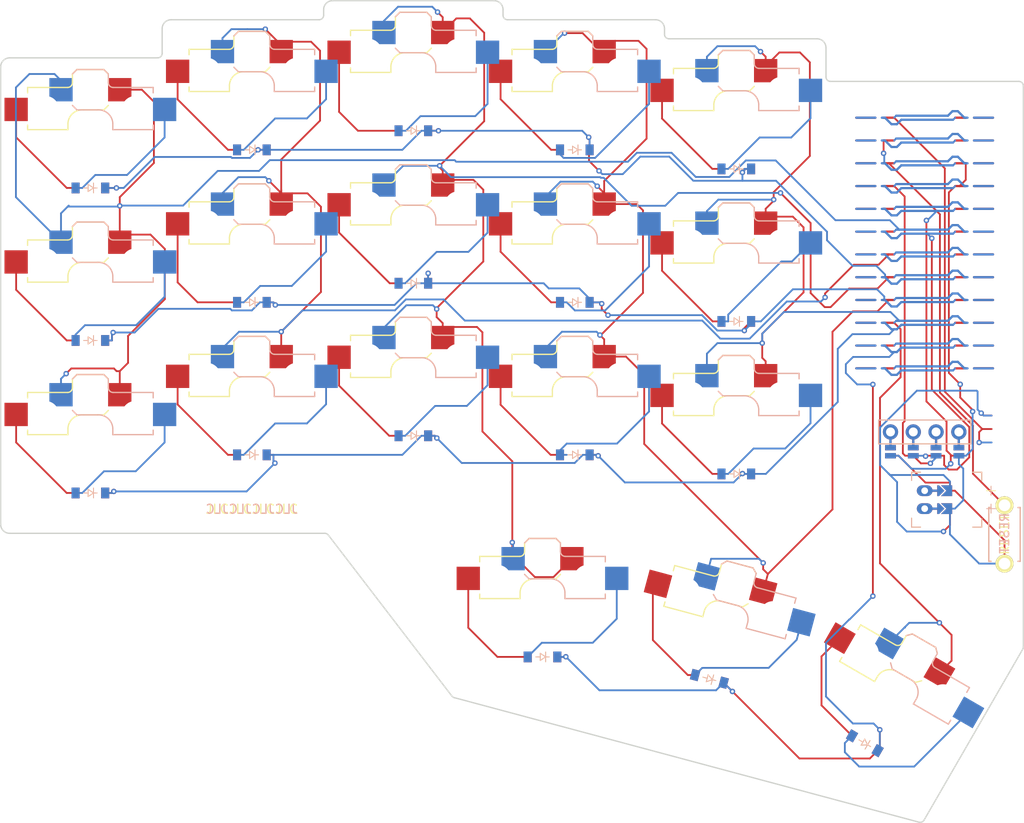
<source format=kicad_pcb>
(kicad_pcb (version 20240108) (generator "pcbnew") (generator_version "8.0")
  (layers (0 "F.Cu" signal) (31 "B.Cu" signal) (34 "B.Paste" user) (35 "F.Paste" user) (36 "B.SilkS" user "B.Silkscreen") (37 "F.SilkS" user "F.Silkscreen") (38 "B.Mask" user) (39 "F.Mask" user) (44 "Edge.Cuts" user))
  (net 0 "")
  (footprint "ceoloide:switch_choc_v1_v2" (layer "F.Cu") (at 97.1 66.925)
    (property "Reference" "S24" (hide yes))
    (property "Value" "")
  )
  (footprint "ceoloide:diode_tht_sod123" (layer "F.Cu") (at 79.1 93.175 180)
    (property "Reference" "D20" (hide yes))
    (property "Value" "")
  )
  (footprint "ceoloide:diode_tht_sod123" (layer "F.Cu") (at 151.1 74.05 180)
    (property "Reference" "D33" (hide yes))
    (property "Value" "")
  )
  (footprint "ceoloide:switch_choc_v1_v2" (layer "F.Cu") (at 151.1 69.05)
    (property "Reference" "S33" (hide yes))
    (property "Value" "")
  )
  (footprint "ceoloide:diode_tht_sod123" (layer "F.Cu") (at 133.1 88.925 180)
    (property "Reference" "D29" (hide yes))
    (property "Value" "")
  )
  (footprint "ceoloide:switch_choc_v1_v2" (layer "F.Cu") (at 151.1 86.05)
    (property "Reference" "S32" (hide yes))
    (property "Value" "")
  )
  (footprint "ceoloide:switch_choc_v1_v2" (layer "F.Cu") (at 133.1 83.925)
    (property "Reference" "S29" (hide yes))
    (property "Value" "")
  )
  (footprint "ceoloide:diode_tht_sod123" (layer "F.Cu") (at 115.1 103.8 180)
    (property "Reference" "D25" (hide yes))
    (property "Value" "")
  )
  (footprint "ceoloide:switch_choc_v1_v2" (layer "F.Cu") (at 115.1 81.8)
    (property "Reference" "S26" (hide yes))
    (property "Value" "")
  )
  (footprint "ceoloide:diode_tht_sod123" (layer "F.Cu") (at 115.1 86.8 180)
    (property "Reference" "D26" (hide yes))
    (property "Value" "")
  )
  (footprint "ceoloide:diode_tht_sod123" (layer "F.Cu") (at 79.1 76.175 180)
    (property "Reference" "D21" (hide yes))
    (property "Value" "")
  )
  (footprint "ceoloide:diode_tht_sod123" (layer "F.Cu") (at 97.1 71.925 180)
    (property "Reference" "D24" (hide yes))
    (property "Value" "")
  )
  (footprint "ceoloide:switch_choc_v1_v2" (layer "F.Cu") (at 151.1 103.05)
    (property "Reference" "S31" (hide yes))
    (property "Value" "")
  )
  (footprint "ceoloide:mounting_hole_npth" (layer "F.Cu") (at 180.1 121.775)
    (property "Reference" "MH2" (hide yes))
    (property "Value" "")
  )
  (footprint "ceoloide:mounting_hole_npth" (layer "F.Cu") (at 164.1 112.875)
    (property "Reference" "MH1" (hide yes))
    (property "Value" "")
  )
  (footprint "ceoloide:switch_choc_v1_v2" (layer "F.Cu") (at 79.1 71.175)
    (property "Reference" "S21" (hide yes))
    (property "Value" "")
  )
  (footprint "ceoloide:diode_tht_sod123" (layer "F.Cu") (at 165.4309 138.0777 150)
    (property "Reference" "D36" (hide yes))
    (property "Value" "")
  )
  (footprint "kbd:ResetSW" (layer "F.Cu") (at 181 114.8 90)
    (property "Reference" "B1" (hide yes))
    (property "Value" "")
  )
  (footprint "ceoloide:diode_tht_sod123" (layer "F.Cu") (at 148.0992 130.8986 165)
    (property "Reference" "D35" (hide yes))
    (property "Value" "")
  )
  (footprint "ceoloide:switch_choc_v1_v2" (layer "F.Cu") (at 133.1 100.925)
    (property "Reference" "S28" (hide yes))
    (property "Value" "")
  )
  (footprint "ceoloide:switch_choc_v1_v2" (layer "F.Cu") (at 97.1 83.925)
    (property "Reference" "S23" (hide yes))
    (property "Value" "")
  )
  (footprint "ceoloide:diode_tht_sod123" (layer "F.Cu") (at 97.1 88.925 180)
    (property "Reference" "D23" (hide yes))
    (property "Value" "")
  )
  (footprint "ceoloide:diode_tht_sod123" (layer "F.Cu") (at 115.1 69.8 180)
    (property "Reference" "D27" (hide yes))
    (property "Value" "")
  )
  (footprint "ceoloide:diode_tht_sod123" (layer "F.Cu") (at 151.1 91.05 180)
    (property "Reference" "D32" (hide yes))
    (property "Value" "")
  )
  (footprint "ceoloide:switch_choc_v1_v2" (layer "F.Cu") (at 129.5 123.45)
    (property "Reference" "S34" (hide yes))
    (property "Value" "")
  )
  (footprint "ceoloide:diode_tht_sod123" (layer "F.Cu") (at 129.5 128.45 180)
    (property "Reference" "D34" (hide yes))
    (property "Value" "")
  )
  (footprint "ceoloide:mounting_hole_npth" (layer "F.Cu") (at 88.1 75.425)
    (property "Reference" "MH3" (hide yes))
    (property "Value" "")
  )
  (footprint "ceoloide:diode_tht_sod123" (layer "F.Cu") (at 133.1 71.925 180)
    (property "Reference" "D30" (hide yes))
    (property "Value" "")
  )
  (footprint "ceoloide:diode_tht_sod123" (layer "F.Cu") (at 133.1 105.925 180)
    (property "Reference" "D28" (hide yes))
    (property "Value" "")
  )
  (footprint "ceoloide:switch_choc_v1_v2" (layer "F.Cu") (at 79.1 88.175)
    (property "Reference" "S20" (hide yes))
    (property "Value" "")
  )
  (footprint "ceoloide:diode_tht_sod123" (layer "F.Cu") (at 151.1 108.05 180)
    (property "Reference" "D31" (hide yes))
    (property "Value" "")
  )
  (footprint "ceoloide:diode_tht_sod123" (layer "F.Cu") (at 79.1 110.175 180)
    (property "Reference" "D19" (hide yes))
    (property "Value" "")
  )
  (footprint "ceoloide:mounting_hole_npth" (layer "F.Cu") (at 88.1 92.425)
    (property "Reference" "MH4" (hide yes))
    (property "Value" "")
  )
  (footprint "ceoloide:switch_choc_v1_v2" (layer "F.Cu") (at 79.1 105.175)
    (property "Reference" "S19" (hide yes))
    (property "Value" "")
  )
  (footprint "ceoloide:switch_choc_v1_v2" (layer "F.Cu") (at 149.3933 126.069 -15)
    (property "Reference" "S35" (hide yes))
    (property "Value" "")
  )
  (footprint "ceoloide:mounting_hole_npth" (layer "F.Cu") (at 120.5 114.95)
    (property "Reference" "MH6" (hide yes))
    (property "Value" "")
  )
  (footprint "ceoloide:display_ssd1306" (layer "F.Cu") (at 172.1 86.675)
    (property "Reference" "DISP1" (hide yes))
    (property "Value" "")
  )
  (footprint "ceoloide:diode_tht_sod123" (layer "F.Cu") (at 97.1 105.925 180)
    (property "Reference" "D22" (hide yes))
    (property "Value" "")
  )
  (footprint "ceoloide:battery_connector_jst_ph_2" (layer "F.Cu") (at 172.1 110.925 90)
    (property "Reference" "JST1" (hide yes))
    (property "Value" "")
  )
  (footprint "ceoloide:switch_choc_v1_v2" (layer "F.Cu") (at 167.9309 133.7475 -30)
    (property "Reference" "S36" (hide yes))
    (property "Value" "")
  )
  (footprint "ceoloide:switch_choc_v1_v2" (layer "F.Cu") (at 97.1 100.925)
    (property "Reference" "S22" (hide yes))
    (property "Value" "")
  )
  (footprint "ceoloide:mounting_hole_npth" (layer "F.Cu") (at 142.1 75.425)
    (property "Reference" "MH5" (hide yes))
    (property "Value" "")
  )
  (footprint "ceoloide:mounting_hole_npth" (layer "F.Cu") (at 160.2866 120.188 -15)
    (property "Reference" "MH7" (hide yes))
    (property "Value" "")
  )
  (footprint "ceoloide:switch_choc_v1_v2" (layer "F.Cu") (at 133.1 66.925)
    (property "Reference" "S30" (hide yes))
    (property "Value" "")
  )
  (footprint "ceoloide:switch_choc_v1_v2" (layer "F.Cu") (at 115.1 98.8)
    (property "Reference" "S25" (hide yes))
    (property "Value" "")
  )
  (footprint "ceoloide:switch_choc_v1_v2" (layer "F.Cu") (at 115.1 64.8)
    (property "Reference" "S27" (hide yes))
    (property "Value" "")
  )
  (footprint "ceoloide:diode_tht_sod123" (layer "B.Cu") (at 97.1 88.925 180)
    (property "Reference" "D5" (hide yes))
    (property "Value" "")
  )
  (footprint "ceoloide:diode_tht_sod123" (layer "B.Cu") (at 151.1 74.05 180)
    (property "Reference" "D15" (hide yes))
    (property "Value" "")
  )
  (footprint "ceoloide:diode_tht_sod123" (layer "B.Cu") (at 133.1 105.925 180)
    (property "Reference" "D10" (hide yes))
    (property "Value" "")
  )
  (footprint "ceoloide:switch_choc_v1_v2" (layer "B.Cu") (at 97.1 83.925)
    (property "Reference" "S5" (hide yes))
    (property "Value" "")
  )
  (footprint "ceoloide:switch_choc_v1_v2" (layer "B.Cu") (at 115.1 81.8)
    (property "Reference" "S8" (hide yes))
    (property "Value" "")
  )
  (footprint "ceoloide:diode_tht_sod123" (layer "B.Cu") (at 151.1 91.05 180)
    (property "Reference" "D14" (hide yes))
    (property "Value" "")
  )
  (footprint "ceoloide:switch_choc_v1_v2" (layer "B.Cu") (at 129.5 123.45)
    (property "Reference" "S16" (hide yes))
    (property "Value" "")
  )
  (footprint "ceoloide:diode_tht_sod123" (layer "B.Cu") (at 79.1 93.175 180)
    (property "Reference" "D2" (hide yes))
    (property "Value" "")
  )
  (footprint "ceoloide:diode_tht_sod123" (layer "B.Cu") (at 115.1 103.8 180)
    (property "Reference" "D7" (hide yes))
    (property "Value" "")
  )
  (footprint "ceoloide:diode_tht_sod123" (layer "B.Cu") (at 151.1 108.05 180)
    (property "Reference" "D13" (hide yes))
    (property "Value" "")
  )
  (footprint "ceoloide:switch_choc_v1_v2" (layer "B.Cu") (at 115.1 98.8)
    (property "Reference" "S7" (hide yes))
    (property "Value" "")
  )
  (footprint "ceoloide:switch_choc_v1_v2" (layer "B.Cu") (at 151.1 103.05)
    (property "Reference" "S13" (hide yes))
    (property "Value" "")
  )
  (footprint "ceoloide:switch_choc_v1_v2" (layer "B.Cu") (at 133.1 66.925)
    (property "Reference" "S12" (hide yes))
    (property "Value" "")
  )
  (footprint "ceoloide:switch_choc_v1_v2" (layer "B.Cu") (at 115.1 64.8)
    (property "Reference" "S9" (hide yes))
    (property "Value" "")
  )
  (footprint "ceoloide:switch_choc_v1_v2" (layer "B.Cu") (at 79.1 105.175)
    (property "Reference" "S1" (hide yes))
    (property "Value" "")
  )
  (footprint "ceoloide:switch_choc_v1_v2" (layer "B.Cu") (at 151.1 69.05)
    (property "Reference" "S15" (hide yes))
    (property "Value" "")
  )
  (footprint "ceoloide:switch_choc_v1_v2" (layer "B.Cu") (at 149.3933 126.069 -15)
    (property "Reference" "S17" (hide yes))
    (property "Value" "")
  )
  (footprint "ceoloide:switch_choc_v1_v2" (layer "B.Cu") (at 151.1 86.05)
    (property "Reference" "S14" (hide yes))
    (property "Value" "")
  )
  (footprint "ceoloide:diode_tht_sod123" (layer "B.Cu") (at 148.0992 130.8986 165)
    (property "Reference" "D17" (hide yes))
    (property "Value" "")
  )
  (footprint "ceoloide:diode_tht_sod123" (layer "B.Cu") (at 165.4309 138.0777 150)
    (property "Reference" "D18" (hide yes))
    (property "Value" "")
  )
  (footprint "ceoloide:diode_tht_sod123" (layer "B.Cu") (at 133.1 71.925 180)
    (property "Reference" "D12" (hide yes))
    (property "Value" "")
  )
  (footprint "ceoloide:diode_tht_sod123" (layer "B.Cu") (at 79.1 110.175 180)
    (property "Reference" "D1" (hide yes))
    (property "Value" "")
  )
  (footprint "ceoloide:switch_choc_v1_v2" (layer "B.Cu") (at 133.1 100.925)
    (property "Reference" "S10" (hide yes))
    (property "Value" "")
  )
  (footprint "ceoloide:switch_choc_v1_v2" (layer "B.Cu") (at 97.1 66.925)
    (property "Reference" "S6" (hide yes))
    (property "Value" "")
  )
  (footprint "ceoloide:switch_choc_v1_v2" (layer "B.Cu") (at 97.1 100.925)
    (property "Reference" "S4" (hide yes))
    (property "Value" "")
  )
  (footprint "ceoloide:switch_choc_v1_v2" (layer "B.Cu") (at 79.1 71.175)
    (property "Reference" "S3" (hide yes))
    (property "Value" "")
  )
  (footprint "ceoloide:switch_choc_v1_v2" (layer "B.Cu") (at 79.1 88.175)
    (property "Reference" "S2" (hide yes))
    (property "Value" "")
  )
  (footprint "ceoloide:diode_tht_sod123" (layer "B.Cu") (at 79.1 76.175 180)
    (property "Reference" "D3" (hide yes))
    (property "Value" "")
  )
  (footprint "ceoloide:switch_choc_v1_v2" (layer "B.Cu") (at 133.1 83.925)
    (property "Reference" "S11" (hide yes))
    (property "Value" "")
  )
  (footprint "ceoloide:diode_tht_sod123" (layer "B.Cu") (at 97.1 105.925 180)
    (property "Reference" "D4" (hide yes))
    (property "Value" "")
  )
  (footprint "ceoloide:diode_tht_sod123" (layer "B.Cu") (at 97.1 71.925 180)
    (property "Reference" "D6" (hide yes))
    (property "Value" "")
  )
  (footprint "ceoloide:diode_tht_sod123" (layer "B.Cu") (at 115.1 69.8 180)
    (property "Reference" "D9" (hide yes))
    (property "Value" "")
  )
  (footprint "ceoloide:diode_tht_sod123" (layer "B.Cu") (at 115.1 86.8 180)
    (property "Reference" "D8" (hide yes))
    (property "Value" "")
  )
  (footprint "ceoloide:diode_tht_sod123" (layer "B.Cu") (at 129.5 128.45 180)
    (property "Reference" "D16" (hide yes))
    (property "Value" "")
  )
  (footprint "ceoloide:switch_choc_v1_v2" (layer "B.Cu") (at 167.9309 133.7475 -30)
    (property "Reference" "S18" (hide yes))
    (property "Value" "")
  )
  (footprint "ceoloide:diode_tht_sod123" (layer "B.Cu") (at 133.1 88.925 180)
    (property "Reference" "D11" (hide yes))
    (property "Value" "")
  )
  (gr_arc (start 119.663924 132.993923) (mid 119.515561 132.926709) (end 119.396679 132.81537) (stroke (width 0.15)) (layer "Edge.Cuts"))
  (gr_arc (start 87.1 61.175) (mid 86.953553 61.528553) (end 86.6 61.675) (stroke (width 0.15)) (layer "Edge.Cuts"))
  (gr_arc (start 70.1 114.675) (mid 69.392893 114.382107) (end 69.1 113.675) (stroke (width 0.15)) (layer "Edge.Cuts"))
  (gr_arc (start 183.1 127.339889) (mid 183.082966 127.4693) (end 183.033013 127.589889) (stroke (width 0.15)) (layer "Edge.Cuts"))
  (gr_arc (start 105.1 56.3) (mid 105.392893 55.592893) (end 106.1 55.3) (stroke (width 0.15)) (layer "Edge.Cuts"))
  (gr_arc (start 161.6 64.3) (mid 161.246447 64.153553) (end 161.1 63.8) (stroke (width 0.15)) (layer "Edge.Cuts"))
  (gr_line (start 87.1 58.425) (end 87.1 61.175) (stroke (width 0.15)) (layer "Edge.Cuts"))
  (gr_arc (start 105.22845 114.675) (mid 105.449577 114.726557) (end 105.625104 114.870591) (stroke (width 0.15)) (layer "Edge.Cuts"))
  (gr_line (start 125.1 56.925) (end 125.1 56.3) (stroke (width 0.15)) (layer "Edge.Cuts"))
  (gr_line (start 119.396679 132.81537) (end 105.625104 114.870591) (stroke (width 0.15)) (layer "Edge.Cuts"))
  (gr_line (start 70.1 114.675) (end 105.22845 114.675) (stroke (width 0.15)) (layer "Edge.Cuts"))
  (gr_arc (start 125.6 57.425) (mid 125.246447 57.278553) (end 125.1 56.925) (stroke (width 0.15)) (layer "Edge.Cuts"))
  (gr_arc (start 160.1 59.55) (mid 160.807107 59.842893) (end 161.1 60.55) (stroke (width 0.15)) (layer "Edge.Cuts"))
  (gr_arc (start 69.1 62.675) (mid 69.392893 61.967893) (end 70.1 61.675) (stroke (width 0.15)) (layer "Edge.Cuts"))
  (gr_arc (start 105.1 56.925) (mid 104.953553 57.278553) (end 104.6 57.425) (stroke (width 0.15)) (layer "Edge.Cuts"))
  (gr_arc (start 182.6 64.3) (mid 182.953553 64.446447) (end 183.1 64.8) (stroke (width 0.15)) (layer "Edge.Cuts"))
  (gr_line (start 160.1 59.55) (end 143.6 59.55) (stroke (width 0.15)) (layer "Edge.Cuts"))
  (gr_line (start 183.1 64.8) (end 183.1 127.339889) (stroke (width 0.15)) (layer "Edge.Cuts"))
  (gr_line (start 69.1 113.675) (end 69.1 62.675) (stroke (width 0.15)) (layer "Edge.Cuts"))
  (gr_line (start 105.1 56.3) (end 105.1 56.925) (stroke (width 0.15)) (layer "Edge.Cuts"))
  (gr_line (start 172.032979 146.642506) (end 183.033013 127.589889) (stroke (width 0.15)) (layer "Edge.Cuts"))
  (gr_arc (start 143.6 59.55) (mid 143.246447 59.403553) (end 143.1 59.05) (stroke (width 0.15)) (layer "Edge.Cuts"))
  (gr_arc (start 142.1 57.425) (mid 142.807107 57.717893) (end 143.1 58.425) (stroke (width 0.15)) (layer "Edge.Cuts"))
  (gr_arc (start 124.1 55.3) (mid 124.807107 55.592893) (end 125.1 56.3) (stroke (width 0.15)) (layer "Edge.Cuts"))
  (gr_line (start 104.6 57.425) (end 88.1 57.425) (stroke (width 0.15)) (layer "Edge.Cuts"))
  (gr_arc (start 87.1 58.425) (mid 87.392893 57.717893) (end 88.1 57.425) (stroke (width 0.15)) (layer "Edge.Cuts"))
  (gr_line (start 86.6 61.675) (end 70.1 61.675) (stroke (width 0.15)) (layer "Edge.Cuts"))
  (gr_line (start 171.470557 146.875469) (end 119.663924 132.993923) (stroke (width 0.15)) (layer "Edge.Cuts"))
  (gr_line (start 142.1 57.425) (end 125.6 57.425) (stroke (width 0.15)) (layer "Edge.Cuts"))
  (gr_line (start 143.1 59.05) (end 143.1 58.425) (stroke (width 0.15)) (layer "Edge.Cuts"))
  (gr_line (start 124.1 55.3) (end 106.1 55.3) (stroke (width 0.15)) (layer "Edge.Cuts"))
  (gr_line (start 161.6 64.3) (end 182.6 64.3) (stroke (width 0.15)) (layer "Edge.Cuts"))
  (gr_line (start 161.1 63.8) (end 161.1 60.55) (stroke (width 0.15)) (layer "Edge.Cuts"))
  (gr_arc (start 172.032979 146.642506) (mid 171.791299 146.854435) (end 171.470557 146.875469) (stroke (width 0.15)) (layer "Edge.Cuts"))
  (gr_text "JLCJLCJLCJLC" (at 97.1 111.975 0) (layer "B.SilkS") (effects (font (size 1 1)) (justify mirror)))
  (gr_text "JLCJLCJLCJLC" (at 97.1 111.975 0) (layer "F.SilkS") (effects (font (size 1 1))))
  (segment (start 95.45 105.925) (end 94.4348 105.925) (width 0.2) (layer "F.Cu") (net 0))
  (segment (start 99.9922 78.3578) (end 100.375 77.975) (width 0.2) (layer "F.Cu") (net 0))
  (segment (start 172.739167 106.87591) (end 171.68091 106.87591) (width 0.2) (layer "F.Cu") (net 0))
  (segment (start 176.0632 98.0633) (end 176.0632 99.5382) (width 0.2) (layer "F.Cu") (net 0))
  (segment (start 181 115.4573) (end 175.4677 109.925) (width 0.2) (layer "F.Cu") (net 0))
  (segment (start 135.8 74.275) (end 134.6839 73.1589) (width 0.2) (layer "F.Cu") (net 0))
  (segment (start 124.475 128.45) (end 127.85 128.45) (width 0.2) (layer "F.Cu") (net 0))
  (segment (start 168.11 88.665) (end 168.7 88.665) (width 0.25) (layer "F.Cu") (net 0))
  (segment (start 178.675 101.55) (end 179.565 101.55) (width 0.2) (layer "F.Cu") (net 0))
  (segment (start 106.825 81.1574) (end 106.825 78.05) (width 0.2) (layer "F.Cu") (net 0))
  (segment (start 83.225 81.375) (end 82.375 82.225) (width 0.2) (layer "F.Cu") (net 0))
  (segment (start 104.7 68.675) (end 100.375 73) (width 0.2) (layer "F.Cu") (net 0))
  (segment (start 177.0721 106.2044) (end 177.0721 102.8305) (width 0.2) (layer "F.Cu") (net 0))
  (segment (start 140.7 78.675) (end 140 77.975) (width 0.2) (layer "F.Cu") (net 0))
  (segment (start 174.916 113.759) (end 174.2 114.475) (width 0.2) (layer "F.Cu") (net 0))
  (segment (start 164.1999 84.7367) (end 166.9583 84.7367) (width 0.2) (layer "F.Cu") (net 0))
  (segment (start 153.9934 95.1167) (end 154.375 95.4983) (width 0.2) (layer "F.Cu") (net 0))
  (segment (start 81.5017 92.4233) (end 81.6341 92.2909) (width 0.2) (layer "F.Cu") (net 0))
  (segment (start 175.99 75.965) (end 176.68 75.275) (width 0.2) (layer "F.Cu") (net 0))
  (segment (start 164.48 68.345) (end 166.6 68.345) (width 0.25) (layer "F.Cu") (net 0))
  (segment (start 159.3 62.175) (end 159.3 72.612871) (width 0.2) (layer "F.Cu") (net 0))
  (segment (start 100.375 76.75) (end 100.375 77.975) (width 0.2) (layer "F.Cu") (net 0))
  (segment (start 88.825 80.175) (end 88.825 86.7) (width 0.2) (layer "F.Cu") (net 0))
  (segment (start 91.05 88.925) (end 95.45 88.925) (width 0.2) (layer "F.Cu") (net 0))
  (segment (start 172.8962 98.6546) (end 172.8962 81.7887) (width 0.2) (layer "F.Cu") (net 0))
  (segment (start 175.0059 106.9142) (end 175.0083 106.9118) (width 0.2) (layer "F.Cu") (net 0))
  (segment (start 178.4 101.275) (end 178.675 101.55) (width 0.2) (layer "F.Cu") (net 0))
  (segment (start 167.12 99.5734) (end 169.4175 97.2759) (width 0.2) (layer "F.Cu") (net 0))
  (segment (start 152 91.8) (end 152.75 91.05) (width 0.2) (layer "F.Cu") (net 0))
  (segment (start 175.99 75.965) (end 175.5 75.965) (width 0.25) (layer "F.Cu") (net 0))
  (segment (start 176.68 88.665) (end 175.5 88.665) (width 0.25) (layer "F.Cu") (net 0))
  (segment (start 104.8 78.275) (end 104.8 87.778) (width 0.2) (layer "F.Cu") (net 0))
  (segment (start 173.37 106.025) (end 174.2717 106.025) (width 0.2) (layer "F.Cu") (net 0))
  (segment (start 160.6 128.401945) (end 160.6 133.850742) (width 0.2) (layer "F.Cu") (net 0))
  (segment (start 88.825 100.3152) (end 88.825 97.175) (width 0.2) (layer "F.Cu") (net 0))
  (segment (start 83.3 95.675) (end 83.3 92.675) (width 0.2) (layer "F.Cu") (net 0))
  (segment (start 98.6 58.475) (end 100.375 60.25) (width 0.2) (layer "F.Cu") (net 0))
  (segment (start 141.8 120.8759) (end 142.3708 120.3051) (width 0.2) (layer "F.Cu") (net 0))
  (segment (start 168.29 103.375) (end 168.29 105.125) (width 0.25) (layer "F.Cu") (net 0))
  (segment (start 117.7 90.5733) (end 118.375 91.2483) (width 0.2) (layer "F.Cu") (net 0))
  (segment (start 99.9922 61.3578) (end 100.375 60.975) (width 0.2) (layer "F.Cu") (net 0))
  (segment (start 160.6 133.850742) (end 164.001958 137.2527) (width 0.2) (layer "F.Cu") (net 0))
  (segment (start 122.8 92.275) (end 122.8 103.3177) (width 0.2) (layer "F.Cu") (net 0))
  (segment (start 118.375 57.1447) (end 118.375 58.85) (width 0.2) (layer "F.Cu") (net 0))
  (segment (start 132.775 117.5) (end 130.7233 119.5517) (width 0.2) (layer "F.Cu") (net 0))
  (segment (start 136.375 76.75) (end 136.375 77.975) (width 0.2) (layer "F.Cu") (net 0))
  (segment (start 171.68091 106.87591) (end 170.83 106.025) (width 0.2) (layer "F.Cu") (net 0))
  (segment (start 177.6 83.585) (end 177.58 83.585) (width 0.2) (layer "F.Cu") (net 0))
  (segment (start 174.916 109.925) (end 175.4677 109.925) (width 0.2) (layer "F.Cu") (net 0))
  (segment (start 136.0451 60.9966) (end 133.966 58.9175) (width 0.2) (layer "F.Cu") (net 0))
  (segment (start 168.11 83.585) (end 168.7 83.585) (width 0.25) (layer "F.Cu") (net 0))
  (segment (start 119.7 75.275) (end 119.125 75.85) (width 0.2) (layer "F.Cu") (net 0))
  (segment (start 166.6 73.425) (end 166.62 73.425) (width 0.2) (layer "F.Cu") (net 0))
  (segment (start 158.2 61.075) (end 159.3 62.175) (width 0.2) (layer "F.Cu") (net 0))
  (segment (start 82.375 78.175) (end 82.375 82.225) (width 0.2) (layer "F.Cu") (net 0))
  (segment (start 117.8 56.5697) (end 118.375 57.1447) (width 0.2) (layer "F.Cu") (net 0))
  (segment (start 124.825 83.2824) (end 124.825 80.175) (width 0.2) (layer "F.Cu") (net 0))
  (segment (start 177.6 96.285) (end 179.72 96.285) (width 0.25) (layer "F.Cu") (net 0))
  (segment (start 175.1 126.0073) (end 173.7421 124.6494) (width 0.2) (layer "F.Cu") (net 0))
  (segment (start 76.4676 93.175) (end 70.825 87.5324) (width 0.2) (layer "F.Cu") (net 0))
  (segment (start 70.825 87.5324) (end 70.825 84.425) (width 0.2) (layer "F.Cu") (net 0))
  (segment (start 134.75 71.4741) (end 134.75 71.925) (width 0.2) (layer "F.Cu") (net 0))
  (segment (start 177.6 68.345) (end 177.58 68.345) (width 0.2) (layer "F.Cu") (net 0))
  (segment (start 164.48 93.745) (end 166.6 93.745) (width 0.25) (layer "F.Cu") (net 0))
  (segment (start 167.52 70.885) (end 167.52 72.31) (width 0.2) (layer "F.Cu") (net 0))
  (segment (start 131.15 128.45) (end 131.9017 128.45) (width 0.2) (layer "F.Cu") (net 0))
  (segment (start 159.3878 80.0902) (end 156.0295 76.7319) (width 0.2) (layer "F.Cu") (net 0))
  (segment (start 168.7 75.965) (end 169.8685 77.1335) (width 0.2) (layer "F.Cu") (net 0))
  (segment (start 112.4098 103.8) (end 106.825 98.2152) (width 0.2) (layer "F.Cu") (net 0))
  (segment (start 118.375 58.8) (end 119.9 57.275) (width 0.2) (layer "F.Cu") (net 0))
  (segment (start 134.75 70.625) (end 134.65 70.525) (width 0.2) (layer "F.Cu") (net 0))
  (segment (start 166.6 88.665) (end 166.62 88.665) (width 0.2) (layer "F.Cu") (net 0))
  (segment (start 172.2 106.075) (end 172.25 106.025) (width 0.2) (layer "F.Cu") (net 0))
  (segment (start 142.825 68.4429) (end 142.825 65.3) (width 0.2) (layer "F.Cu") (net 0))
  (segment (start 166.9583 84.7367) (end 168.11 83.585) (width 0.2) (layer "F.Cu") (net 0))
  (segment (start 134.6839 73.1589) (end 134.6839 71.5402) (width 0.2) (layer "F.Cu") (net 0))
  (segment (start 176.0632 99.5382) (end 177.2 100.675) (width 0.2) (layer "F.Cu") (net 0))
  (segment (start 176.0632 98.0633) (end 174.7964 96.7965) (width 0.2) (layer "F.Cu") (net 0))
  (segment (start 169.4175 91.9225) (end 168.7 91.205) (width 0.2) (layer "F.Cu") (net 0))
  (segment (start 167.12 118.0273) (end 167.12 99.5734) (width 0.2) (layer "F.Cu") (net 0))
  (segment (start 118.375 58.85) (end 118.25 58.975) (width 0.2) (layer "F.Cu") (net 0))
  (segment (start 149.692978 131.32565) (end 150.671164 132.303836) (width 0.2) (layer "F.Cu") (net 0))
  (segment (start 167.52 68.345) (end 168.7 68.345) (width 0.25) (layer "F.Cu") (net 0))
  (segment (start 162.6395 126.3624) (end 163.0672 125.9347) (width 0.2) (layer "F.Cu") (net 0))
  (segment (start 167.52 81.045) (end 168.7 81.045) (width 0.25) (layer "F.Cu") (net 0))
  (segment (start 177.6 88.665) (end 177.58 88.665) (width 0.2) (layer "F.Cu") (net 0))
  (segment (start 175.0083 106.9118) (end 175.0083 106.025) (width 0.2) (layer "F.Cu") (net 0))
  (segment (start 113.45 69.8) (end 108.925 69.8) (width 0.2) (layer "F.Cu") (net 0))
  (segment (start 131.9017 128.45) (end 132.086 128.45) (width 0.2) (layer "F.Cu") (net 0))
  (segment (start 178.5133 103.05) (end 178.1758 103.3875) (width 0.2) (layer "F.Cu") (net 0))
  (segment (start 153.8 60.975) (end 154.375 61.55) (width 0.2) (layer "F.Cu") (net 0))
  (segment (start 173.9 111.925) (end 172.1 111.925) (width 0.25) (layer "F.Cu") (net 0))
  (segment (start 99.5017 88.925) (end 99.5017 89.0068) (width 0.2) (layer "F.Cu") (net 0))
  (segment (start 86.1803 66.5657) (end 84.8396 65.225) (width 0.2) (layer "F.Cu") (net 0))
  (segment (start 154.0967 118.6821) (end 154.0967 117.9758) (width 0.2) (layer "F.Cu") (net 0))
  (segment (start 136.375 60.975) (end 136.0451 61.3049) (width 0.2) (layer "F.Cu") (net 0))
  (segment (start 80.75 93.175) (end 81.5017 93.175) (width 0.2) (layer "F.Cu") (net 0))
  (segment (start 170.83 103.375) (end 170.83 105.125) (width 0.25) (layer "F.Cu") (net 0))
  (segment (start 152 92.075) (end 152 91.8) (width 0.2) (layer "F.Cu") (net 0))
  (segment (start 160.9598 89.4631) (end 159.3878 87.8911) (width 0.2) (layer "F.Cu") (net 0))
  (segment (start 154.0967 121.1694) (end 154.6223 119.2077) (width 0.2) (layer "F.Cu") (net 0))
  (segment (start 88.825 86.7) (end 91.05 88.925) (width 0.2) (layer "F.Cu") (net 0))
  (segment (start 179.565 103.05) (end 178.5133 103.05) (width 0.2) (layer "F.Cu") (net 0))
  (segment (start 100.375 94.975) (end 100.375 92.203) (width 0.2) (layer "F.Cu") (net 0))
  (segment (start 167.52 86.125) (end 168.11 86.125) (width 0.25) (layer "F.Cu") (net 0))
  (segment (start 175.91 103.375) (end 175.91 105.125) (width 0.25) (layer "F.Cu") (net 0))
  (segment (start 118.0316 73.9049) (end 118.375 74.2483) (width 0.2) (layer "F.Cu") (net 0))
  (segment (start 164.48 81.045) (end 166.6 81.045) (width 0.25) (layer "F.Cu") (net 0))
  (segment (start 76.4581 110.175) (end 70.825 104.5419) (width 0.2) (layer "F.Cu") (net 0))
  (segment (start 164.48 73.425) (end 166.6 73.425) (width 0.25) (layer "F.Cu") (net 0))
  (segment (start 155.9 61.075) (end 158.2 61.075) (width 0.2) (layer "F.Cu") (net 0))
  (segment (start 95.45 71.925) (end 94.4393 71.925) (width 0.2) (layer "F.Cu") (net 0))
  (segment (start 167.52 93.745) (end 168.7 93.745) (width 0.25) (layer "F.Cu") (net 0))
  (segment (start 148.4676 91.05) (end 142.825 85.4074) (width 0.2) (layer "F.Cu") (net 0))
  (segment (start 76.4676 76.175) (end 70.825 70.5324) (width 0.2) (layer "F.Cu") (net 0))
  (segment (start 82.375 96.6) (end 83.3 95.675) (width 0.2) (layer "F.Cu") (net 0))
  (segment (start 134.75 105.925) (end 135.6 105.925) (width 0.2) (layer "F.Cu") (net 0))
  (segment (start 172.19 109.0233) (end 169.1917 106.025) (width 0.2) (layer "F.Cu") (net 0))
  (segment (start 118.0316 73.7047) (end 118.0316 73.9049) (width 0.2) (layer "F.Cu") (net 0))
  (segment (start 159.3 72.612871) (end 155.2691 76.643771) (width 0.2) (layer "F.Cu") (net 0))
  (segment (start 165.987542 139.775) (end 166.859842 138.9027) (width 0.2) (layer "F.Cu") (net 0))
  (segment (start 161.8254 92.2073) (end 161.8254 112.0047) (width 0.2) (layer "F.Cu") (net 0))
  (segment (start 135.9 92.575) (end 136.003 92.575) (width 0.2) (layer "F.Cu") (net 0))
  (segment (start 173.7997 79.1147) (end 168.11 73.425) (width 0.2) (layer "F.Cu") (net 0))
  (segment (start 164.0977 89.935) (end 161.8254 92.2073) (width 0.2) (layer "F.Cu") (net 0))
  (segment (start 174.7783 107.5698) (end 175.7067 107.5698) (width 0.2) (layer "F.Cu") (net 0))
  (segment (start 128.6486 119.5517) (end 126.1327 117.0358) (width 0.2) (layer "F.Cu") (net 0))
  (segment (start 168.29 106.025) (end 169.1917 106.025) (width 0.2) (layer "F.Cu") (net 0))
  (segment (start 154.375 95.4983) (end 154.375 97.1) (width 0.2) (layer "F.Cu") (net 0))
  (segment (start 148.4393 108.05) (end 142.825 102.4357) (width 0.2) (layer "F.Cu") (net 0))
  (segment (start 106.825 98.2152) (end 106.825 95.05) (width 0.2) (layer "F.Cu") (net 0))
  (segment (start 122.2 91.675) (end 122.8 92.275) (width 0.2) (layer "F.Cu") (net 0))
  (segment (start 166.6 86.125) (end 166.62 86.125) (width 0.2) (layer "F.Cu") (net 0))
  (segment (start 177.6 88.665) (end 179.72 88.665) (width 0.25) (layer "F.Cu") (net 0))
  (segment (start 168.11 86.125) (end 166.84 87.395) (width 0.2) (layer "F.Cu") (net 0))
  (segment (start 122.9 84.3743) (end 122.9 76.375) (width 0.2) (layer "F.Cu") (net 0))
  (segment (start 140 77.975) (end 136.375 77.975) (width 0.2) (layer "F.Cu") (net 0))
  (segment (start 161 87.9366) (end 164.1999 84.7367) (width 0.2) (layer "F.Cu") (net 0))
  (segment (start 166.84 87.395) (end 163.683 87.395) (width 0.2) (layer "F.Cu") (net 0))
  (segment (start 82.025 96.6) (end 82.375 96.6) (width 0.2) (layer "F.Cu") (net 0))
  (segment (start 130.4085 105.925) (end 124.825 100.3415) (width 0.2) (layer "F.Cu") (net 0))
  (segment (start 175.1092 106.025) (end 174.54 105.4558) (width 0.2) (layer "F.Cu") (net 0))
  (segment (start 177.6 81.045) (end 179.72 81.045) (width 0.25) (layer "F.Cu") (net 0))
  (segment (start 85.8 81.375) (end 83.225 81.375) (width 0.2) (layer "F.Cu") (net 0))
  (segment (start 141.1 60.675) (end 141.1 70.675) (width 0.2) (layer "F.Cu") (net 0))
  (segment (start 94.4393 71.925) (end 88.825 66.3107) (width 0.2) (layer "F.Cu") (net 0))
  (segment (start 124.825 66.2824) (end 124.825 63.175) (width 0.2) (layer "F.Cu") (net 0))
  (segment (start 130.4676 71.925) (end 124.825 66.2824) (width 0.2) (layer "F.Cu") (net 0))
  (segment (start 87.4 82.975) (end 85.8 81.375) (width 0.2) (layer "F.Cu") (net 0))
  (segment (start 126.1327 117.0358) (end 126.1327 115.6885) (width 0.2) (layer "F.Cu") (net 0))
  (segment (start 126.1327 106.6504) (end 126.1327 115.6885) (width 0.2) (layer "F.Cu") (net 0))
  (segment (start 168.11 86.125) (end 168.7 86.125) (width 0.25) (layer "F.Cu") (net 0))
  (segment (start 153.9934 92.4222) (end 158.6 87.8156) (width 0.2) (layer "F.Cu") (net 0))
  (segment (start 100.375 60.25) (end 100.375 60.975) (width 0.2) (layer "F.Cu") (net 0))
  (segment (start 169.6676 105.7643) (end 169.6676 102.374) (width 0.2) (layer "F.Cu") (net 0))
  (segment (start 177.6 73.425) (end 177.58 73.425) (width 0.2) (layer "F.Cu") (net 0))
  (segment (start 119.9 57.275) (end 121.4 57.275) (width 0.2) (layer "F.Cu") (net 0))
  (segment (start 166.6 78.505) (end 166.62 78.505) (width 0.2) (layer "F.Cu") (net 0))
  (segment (start 161 88.375) (end 161 87.9366) (width 0.2) (layer "F.Cu") (net 0))
  (segment (start 173.7421 130.2321) (end 175.1 128.8742) (width 0.2) (layer "F.Cu") (net 0))
  (segment (start 136.003 92.575) (end 140.7 87.878) (width 0.2) (layer "F.Cu") (net 0))
  (segment (start 122.9 76.375) (end 121.8 75.275) (width 0.2) (layer "F.Cu") (net 0))
  (segment (start 176.68 78.505) (end 175.5 78.505) (width 0.25) (layer "F.Cu") (net 0))
  (segment (start 150.671164 132.303836) (end 158.142328 139.775) (width 0.2) (layer "F.Cu") (net 0))
  (segment (start 175.7067 107.5698) (end 177.0721 106.2044) (width 0.2) (layer "F.Cu") (net 0))
  (segment (start 81.5425 110.175) (end 81.7112 110.0063) (width 0.2) (layer "F.Cu") (net 0))
  (segment (start 164.48 91.205) (end 166.6 91.205) (width 0.25) (layer "F.Cu") (net 0))
  (segment (start 166.6 70.885) (end 166.62 70.885) (width 0.2) (layer "F.Cu") (net 0))
  (segment (start 166.6 96.285) (end 166.62 96.285) (width 0.2) (layer "F.Cu") (net 0))
  (segment (start 142.825 85.4074) (end 142.825 82.3) (width 0.2) (layer "F.Cu") (net 0))
  (segment (start 167.52 96.285) (end 168.7 96.285) (width 0.25) (layer "F.Cu") (net 0))
  (segment (start 167.52 73.425) (end 168.11 73.425) (width 0.25) (layer "F.Cu") (net 0))
  (segment (start 177.6 78.505) (end 179.72 78.505) (width 0.25) (layer "F.Cu") (net 0))
  (segment (start 136.0451 61.3049) (end 136.0451 61.9593) (width 0.2) (layer "F.Cu") (net 0))
  (segment (start 117.9936 93.2314) (end 118.375 92.85) (width 0.2) (layer "F.Cu") (net 0))
  (segment (start 174.2717 106.025) (end 174.2717 107.0632) (width 0.2) (layer "F.Cu") (net 0))
  (segment (start 121.225 119.7) (end 121.225 125.2) (width 0.2) (layer "F.Cu") (net 0))
  (segment (start 131.45 88.925) (end 130.4676 88.925) (width 0.2) (layer "F.Cu") (net 0))
  (segment (start 118.375 91.2483) (end 118.375 92.85) (width 0.2) (layer "F.Cu") (net 0))
  (segment (start 80.75 76.175) (end 82 76.175) (width 0.2) (layer "F.Cu") (net 0))
  (segment (start 154.375 80.1) (end 154.375 78.4983) (width 0.2) (layer "F.Cu") (net 0))
  (segment (start 172.2945 99.9686) (end 172.2945 79.7935) (width 0.2) (layer "F.Cu") (net 0))
  (segment (start 166.84 89.935) (end 164.0977 89.935) (width 0.2) (layer "F.Cu") (net 0))
  (segment (start 133.966 58.9175) (end 131.9608 58.9175) (width 0.2) (layer "F.Cu") (net 0))
  (segment (start 176.68 73.425) (end 175.5 73.425) (width 0.25) (layer "F.Cu") (net 0))
  (segment (start 97.9983 71.925) (end 97.7934 71.925) (width 0.2) (layer "F.Cu") (net 0))
  (segment (start 158.6 87.8156) (end 158.6 80.575) (width 0.2) (layer "F.Cu") (net 0))
  (segment (start 136.375 60.975) (end 137.575 59.775) (width 0.2) (layer "F.Cu") (net 0))
  (segment (start 81.5017 93.175) (end 81.5017 92.4233) (width 0.2) (layer "F.Cu") (net 0))
  (segment (start 176.68 70.885) (end 175.5 70.885) (width 0.25) (layer "F.Cu") (net 0))
  (segment (start 149.45 91.05) (end 148.4676 91.05) (width 0.2) (layer "F.Cu") (net 0))
  (segment (start 154.375 62.6) (end 155.9 61.075) (width 0.2) (layer "F.Cu") (net 0))
  (segment (start 167.52 70.885) (end 168.7 70.885) (width 0.25) (layer "F.Cu") (net 0))
  (segment (start 100.375 77.975) (end 100.375 76.3733) (width 0.2) (layer "F.Cu") (net 0))
  (segment (start 119.55 91.675) (end 122.2 91.675) (width 0.2) (layer "F.Cu") (net 0))
  (segment (start 82.375 82.225) (end 82.0136 82.5864) (width 0.2) (layer "F.Cu") (net 0))
  (segment (start 174.7964 96.7965) (end 174.7964 76.6686) (width 0.2) (layer "F.Cu") (net 0))
  (segment (start 166.6 68.345) (end 166.62 68.345) (width 0.2) (layer "F.Cu") (net 0))
  (segment (start 136.1 89.075) (end 135.95 88.925) (width 0.2) (layer "F.Cu") (net 0))
  (segment (start 174.916 111.925) (end 174.916 113.759) (width 0.2) (layer "F.Cu") (net 0))
  (segment (start 177.6 73.425) (end 179.72 73.425) (width 0.25) (layer "F.Cu") (net 0))
  (segment (start 116.75 103.8) (end 117.5017 103.8) (width 0.2) (layer "F.Cu") (net 0))
  (segment (start 167.52 88.665) (end 168.11 88.665) (width 0.25) (layer "F.Cu") (net 0))
  (segment (start 166.327 121.675) (end 166.327 98.0781) (width 0.2) (layer "F.Cu") (net 0))
  (segment (start 166.859842 138.9027) (end 167.1 138.662542) (width 0.2) (layer "F.Cu") (net 0))
  (segment (start 177.6 68.345) (end 179.72 68.345) (width 0.25) (layer "F.Cu") (net 0))
  (segment (start 164.48 75.965) (end 166.6 75.965) (width 0.25) (layer "F.Cu") (net 0))
  (segment (start 101.575 76.775) (end 103.3 76.775) (width 0.2) (layer "F.Cu") (net 0))
  (segment (start 158.6 80.575) (end 157.4 79.375) (width 0.2) (layer "F.Cu") (net 0))
  (segment (start 166.6 93.745) (end 166.62 93.745) (width 0.2) (layer "F.Cu") (net 0))
  (segment (start 118.375 75.0491) (end 118.375 74.2483) (width 0.2) (layer "F.Cu") (net 0))
  (segment (start 177.2 100.675) (end 177.442914 100.917914) (width 0.2) (layer "F.Cu") (net 0))
  (segment (start 176.68 96.285) (end 175.5 96.285) (width 0.25) (layer "F.Cu") (net 0))
  (segment (start 181 118.05) (end 181 115.4573) (width 0.2) (layer "F.Cu") (net 0))
  (segment (start 138.802 94.975) (end 136.375 94.975) (width 0.2) (layer "F.Cu") (net 0))
  (segment (start 173.7997 98.9901) (end 173.7997 79.1147) (width 0.2) (layer "F.Cu") (net 0))
  (segment (start 135.95 88.925) (end 134.75 88.925) (width 0.2) (layer "F.Cu") (net 0))
  (segment (start 164.48 83.585) (end 166.6 83.585) (width 0.25) (layer "F.Cu") (net 0))
  (segment (start 86.1803 73.3967) (end 86.1803 66.5657) (width 0.2) (layer "F.Cu") (net 0))
  (segment (start 169.4175 97.2759) (end 169.4175 91.9225) (width 0.2) (layer "F.Cu") (net 0))
  (segment (start 173.9 109.925) (end 172.1 109.925) (width 0.25) (layer "F.Cu") (net 0))
  (segment (start 155.1 79.375) (end 154.375 80.1) (width 0.2) (layer "F.Cu") (net 0))
  (segment (start 151.831 108.05) (end 151.7927 108.0117) (width 0.2) (layer "F.Cu") (net 0))
  (segment (start 121.4 57.275) (end 123 58.875) (width 0.2) (layer "F.Cu") (net 0))
  (segment (start 166.6 91.205) (end 166.62 91.205) (width 0.2) (layer "F.Cu") (net 0))
  (segment (start 154.6223 119.2077) (end 154.0967 118.6821) (width 0.2) (layer "F.Cu") (net 0))
  (segment (start 173.7421 124.6494) (end 167.12 118.0273) (width 0.2) (layer "F.Cu") (net 0))
  (segment (start 121.225 125.2) (end 124.475 128.45) (width 0.2) (layer "F.Cu") (net 0))
  (segment (start 140.2 59.775) (end 141.1 60.675) (width 0.2) (layer "F.Cu") (net 0))
  (segment (start 98.75 88.925) (end 99.5017 88.925) (width 0.2) (layer "F.Cu") (net 0))
  (segment (start 177.6 70.885) (end 179.72 70.885) (width 0.25) (layer "F.Cu") (net 0))
  (segment (start 168.11 73.425) (end 168.7 73.425) (width 0.25) (layer "F.Cu") (net 0))
  (segment (start 177.6 96.285) (end 177.58 96.285) (width 0.2) (layer "F.Cu") (net 0))
  (segment (start 177.6 81.045) (end 177.58 81.045) (width 0.2) (layer "F.Cu") (net 0))
  (segment (start 149.45 108.05) (end 148.4393 108.05) (width 0.2) (layer "F.Cu") (net 0))
  (segment (start 159.3878 87.8911) (end 159.3878 80.0902) (width 0.2) (layer "F.Cu") (net 0))
  (segment (start 131.45 71.925) (end 130.4676 71.925) (width 0.2) (layer "F.Cu") (net 0))
  (segment (start 164.48 88.665) (end 166.6 88.665) (width 0.25) (layer "F.Cu") (net 0))
  (segment (start 167.52 83.585) (end 168.11 83.585) (width 0.25) (layer "F.Cu") (net 0))
  (segment (start 104.8 87.778) (end 100.375 92.203) (width 0.2) (layer "F.Cu") (net 0))
  (segment (start 177.6 91.205) (end 177.58 91.205) (width 0.2) (layer "F.Cu") (net 0))
  (segment (start 135.9 92.575) (end 136.375 93.05) (width 0.2) (layer "F.Cu") (net 0))
  (segment (start 154.6224 119.2077) (end 154.6223 119.2077) (width 0.2) (layer "F.Cu") (net 0))
  (segment (start 177.6 93.745) (end 177.58 93.745) (width 0.2) (layer "F.Cu") (net 0))
  (segment (start 163.683 87.395) (end 161.6149 89.4631) (width 0.2) (layer "F.Cu") (net 0))
  (segment (start 99 75.375) (end 100.375 76.75) (width 0.2) (layer "F.Cu") (net 0))
  (segment (start 145.6965 130.4715) (end 141.8 126.575) (width 0.2) (layer "F.Cu") (net 0))
  (segment (start 174.7964 76.6686) (end 175.5 75.965) (width 0.2) (layer "F.Cu") (net 0))
  (segment (start 100.375 60.975) (end 101.475 59.875) (width 0.2) (layer "F.Cu") (net 0))
  (segment (start 118.375 92.85) (end 119.55 91.675) (width 0.2) (layer "F.Cu") (net 0))
  (segment (start 164.48 70.885) (end 166.6 70.885) (width 0.25) (layer "F.Cu") (net 0))
  (segment (start 152.75 108.05) (end 151.831 108.05) (width 0.2) (layer "F.Cu") (net 0))
  (segment (start 154.375 61.55) (end 154.375 63.1) (width 0.2) (layer "F.Cu") (net 0))
  (segment (start 103.3 76.775) (end 104.8 78.275) (width 0.2) (layer "F.Cu") (net 0))
  (segment (start 141.8 126.575) (end 141.8 120.8759) (width 0.2) (layer "F.Cu") (net 0))
  (segment (start 135.6 105.925) (end 135.7055 106.0305) (width 0.2) (layer "F.Cu") (net 0))
  (segment (start 99.5017 105.925) (end 99.5017 106.6767) (width 0.2) (layer "F.Cu") (net 0))
  (segment (start 176.68 68.345) (end 175.5 68.345) (width 0.25) (layer "F.Cu") (net 0))
  (segment (start 168.11 88.665) (end 166.84 89.935) (width 0.2) (layer "F.Cu") (net 0))
  (segment (start 175.91 106.025) (end 175.1092 106.025) (width 0.2) (layer "F.Cu") (net 0))
  (segment (start 117.5017 103.8376) (end 117.7196 104.0555) (width 0.2) (layer "F.Cu") (net 0))
  (segment (start 175.1092 106.025) (end 175.0083 106.025) (width 0.2) (layer "F.Cu") (net 0))
  (segment (start 82.375 77.202) (end 86.1803 73.3967) (width 0.2) (layer "F.Cu") (net 0))
  (segment (start 169.8685 77.1335) (end 169.8685 102.1731) (width 0.2) (layer "F.Cu") (net 0))
  (segment (start 70.825 70.5324) (end 70.825 67.425) (width 0.2) (layer "F.Cu") (net 0))
  (segment (start 153.9934 93.475) (end 153.9934 95.1167) (width 0.2) (layer "F.Cu") (net 0))
  (segment (start 117.5017 103.8) (end 117.5017 103.8376) (width 0.2) (layer "F.Cu") (net 0))
  (segment (start 154.375 63.1) (end 154.375 62.6) (width 0.2) (layer "F.Cu") (net 0))
  (segment (start 118.375 75.0491) (end 118.375 75.4744) (width 0.2) (layer "F.Cu") (net 0))
  (segment (start 141.1 70.675) (end 136.375 75.4) (width 0.2) (layer "F.Cu") (net 0))
  (segment (start 154.0967 117.9758) (end 140.8372 104.7163) (width 0.2) (layer "F.Cu") (net 0))
  (segment (start 174.2717 107.0632) (end 174.7783 107.5698) (width 0.2) (layer "F.Cu") (net 0))
  (segment (start 162.63954 126.362405) (end 160.6 128.401945) (width 0.2) (layer "F.Cu") (net 0))
  (segment (start 173.37 103.375) (end 173.37 105.125) (width 0.25) (layer "F.Cu") (net 0))
  (segment (start 140.8372 104.7163) (end 140.8372 97.0102) (width 0.2) (layer "F.Cu") (net 0))
  (segment (start 117.7 89.675) (end 117.7 89.5743) (width 0.2) (layer "F.Cu") (net 0))
  (segment (start 166.6 75.965) (end 166.62 75.965) (width 0.2) (layer "F.Cu") (net 0))
  (segment (start 76.975 96.3) (end 81.725 96.3) (width 0.2) (layer "F.Cu") (net 0))
  (segment (start 80.75 110.175) (end 81.5425 110.175) (width 0.2) (layer "F.Cu") (net 0))
  (segment (start 119.125 75.85) (end 118.375 75.85) (width 0.2) (layer "F.Cu") (net 0))
  (segment (start 94.4348 105.925) (end 88.825 100.3152) (width 0.2) (layer "F.Cu") (net 0))
  (segment (start 177.6 78.505) (end 177.58 78.505) (width 0.2) (layer "F.Cu") (net 0))
  (segment (start 99.5017 106.6767) (end 99.6716 106.8466) (width 0.2) (layer "F.Cu") (net 0))
  (segment (start 136.375 77.975) (end 135.9839 78.3661) (width 0.2) (layer "F.Cu") (net 0))
  (segment (start 152.75 74.05) (end 151.9983 74.05) (width 0.2) (layer "F.Cu") (net 0))
  (segment (start 124.825 100.3415) (end 124.825 97.175) (width 0.2) (layer "F.Cu") (net 0))
  (segment (start 84.8396 65.225) (end 82.375 65.225) (width 0.2) (layer "F.Cu") (net 0))
  (segment (start 76.4 96.875) (end 76.975 96.3) (width 0.2) (layer "F.Cu") (net 0))
  (segment (start 170.83 106.025) (end 169.9283 106.025) (width 0.2) (layer "F.Cu") (net 0))
  (segment (start 104.7 60.875) (end 104.7 68.675) (width 0.2) (layer "F.Cu") (net 0))
  (segment (start 174.916 109.0233) (end 172.19 109.0233) (width 0.2) (layer "F.Cu") (net 0))
  (segment (start 169.9283 106.025) (end 169.6676 105.7643) (width 0.2) (layer "F.Cu") (net 0))
  (segment (start 155.2691 77.6042) (end 155.2691 77.4787) (width 0.2) (layer "F.Cu") (net 0))
  (segment (start 116.75 69.8) (end 117.9 69.8) (width 0.2) (layer "F.Cu") (net 0))
  (segment (start 132.086 128.45) (end 132.1021 128.4339) (width 0.2) (layer "F.Cu") (net 0))
  (segment (start 99.5017 89.0068) (end 99.7149 89.22) (width 0.2) (layer "F.Cu") (net 0))
  (segment (start 118.375 75.85) (end 118.375 75.4744) (width 0.2) (layer "F.Cu") (net 0))
  (segment (start 113.45 86.8) (end 112.4676 86.8) (width 0.2) (layer "F.Cu") (net 0))
  (segment (start 82.375 78.175) (end 82.375 77.202) (width 0.2) (layer "F.Cu") (net 0))
  (segment (start 117.7 89.675) (end 117.7 90.5733) (width 0.2) (layer "F.Cu") (net 0))
  (segment (start 81.725 96.3) (end 82.025 96.6) (width 0.2) (layer "F.Cu") (net 0))
  (segment (start 167.1 138.662542) (end 167.1 136.575) (width 0.2) (layer "F.Cu") (net 0))
  (segment (start 121.8 75.275) (end 119.7 75.275) (width 0.2) (layer "F.Cu") (net 0))
  (segment (start 140.8372 97.0102) (end 138.802 94.975) (width 0.2) (layer "F.Cu") (net 0))
  (segment (start 177.6 86.125) (end 179.72 86.125) (width 0.25) (layer "F.Cu") (net 0))
  (segment (start 177.6 70.885) (end 177.58 70.885) (width 0.2) (layer "F.Cu") (net 0))
  (segment (start 157.4 79.375) (end 155.1 79.375) (width 0.2) (layer "F.Cu") (net 0))
  (segment (start 77.45 110.175) (end 76.4581 110.175) (width 0.2) (layer "F.Cu") (net 0))
  (segment (start 88.825 66.3107) (end 88.825 63.175) (width 0.2) (layer "F.Cu") (net 0))
  (segment (start 153.9937 63.4813) (end 154.375 63.1) (width 0.2) (layer "F.Cu") (net 0))
  (segment (start 137.575 59.775) (end 140.2 59.775) (width 0.2) (layer "F.Cu") (net 0))
  (segment (start 177.6 91.205) (end 179.72 91.205) (width 0.25) (layer "F.Cu") (net 0))
  (segment (start 164.48 78.505) (end 166.6 78.505) (width 0.25) (layer "F.Cu") (net 0))
  (segment (start 164.48 96.285) (end 166.6 96.285) (width 0.25) (layer "F.Cu") (net 0))
  (segment (start 82.375 99.225) (end 82.375 96.6) (width 0.2) (layer "F.Cu") (net 0))
  (segment (start 77.45 76.175) (end 76.4676 76.175) (width 0.2) (layer "F.Cu") (net 0))
  (segment (start 130.4676 88.925) (end 124.825 83.2824) (width 0.2) (layer "F.Cu") (net 0))
  (segment (start 177.442914 100.917914) (end 177.442914 101.097835) (width 0.2) (layer "F.Cu") (net 0))
  (segment (start 176.68 75.275) (end 176.68 73.425) (width 0.2) (layer "F.Cu") (net 0))
  (segment (start 177.4857 108.0357) (end 177.4857 102.6761) (width 0.2) (layer "F.Cu") (net 0))
  (segment (start 153.9934 93.475) (end 153.9934 92.4222) (width 0.2) (layer "F.Cu") (net 0))
  (segment (start 118.0238 76.2012) (end 118.375 75.85) (width 0.2) (layer "F.Cu") (net 0))
  (segment (start 175.1 128.8742) (end 175.1 126.0073) (width 0.2) (layer "F.Cu") (net 0))
  (segment (start 106.825 67.7) (end 106.825 61.05) (width 0.2) (layer "F.Cu") (net 0))
  (segment (start 174.54 102.2141) (end 172.2945 99.9686) (width 0.2) (layer "F.Cu") (net 0))
  (segment (start 166.6 83.585) (end 166.62 83.585) (width 0.2) (layer "F.Cu") (net 0))
  (segment (start 83.3 92.675) (end 87.4 88.575) (width 0.2) (layer "F.Cu") (net 0))
  (segment (start 161.8254 112.0047) (end 154.6224 119.2077) (width 0.2) (layer "F.Cu") (net 0))
  (segment (start 122.8 103.3177) (end 126.1327 106.6504) (width 0.2) (layer "F.Cu") (net 0))
  (segment (start 98.75 105.925) (end 99.5017 105.925) (width 0.2) (layer "F.Cu") (net 0))
  (segment (start 117.7 89.5743) (end 122.9 84.3743) (width 0.2) (layer "F.Cu") (net 0))
  (segment (start 177.4857 102.6761) (end 173.7997 98.9901) (width 0.2) (layer "F.Cu") (net 0))
  (segment (start 113.45 103.8) (end 112.4098 103.8) (width 0.2) (layer "F.Cu") (net 0))
  (segment (start 149.45 74.05) (end 148.4321 74.05) (width 0.2) (layer "F.Cu") (net 0))
  (segment (start 174.3447 73.9897) (end 174.3447 98.8814) (width 0.2) (layer "F.Cu") (net 0))
  (segment (start 174.54 105.4558) (end 174.54 102.2141) (width 0.2) (layer "F.Cu") (net 0))
  (segment (start 135.6 75.975) (end 136.375 76.75) (width 0.2) (layer "F.Cu") (net 0))
  (segment (start 167.52 91.205) (end 168.7 91.205) (width 0.25) (layer "F.Cu") (net 0))
  (segment (start 148.4321 74.05) (end 142.825 68.4429) (width 0.2) (layer "F.Cu") (net 0))
  (segment (start 181 111.55) (end 177.4857 108.0357) (width 0.2) (layer "F.Cu") (net 0))
  (segment (start 169.6676 102.374) (end 169.8685 102.1731) (width 0.2) (layer "F.Cu") (net 0))
  (segment (start 154.375 78.4983) (end 155.2691 77.6042) (width 0.2) (layer "F.Cu") (net 0))
  (segment (start 100.375 77.975) (end 101.575 76.775) (width 0.2) (layer "F.Cu") (net 0))
  (segment (start 142.825 102.4357) (end 142.825 99.3) (width 0.2) (layer "F.Cu") (net 0))
  (segment (start 87.4 88.575) (end 87.4 82.975) (width 0.2) (layer "F.Cu") (net 0))
  (segment (start 176.68 93.745) (end 175.5 93.745) (width 0.25) (layer "F.Cu") (net 0))
  (segment (start 177.6 75.965) (end 177.58 75.965) (width 0.2) (layer "F.Cu") (net 0))
  (segment (start 176.68 91.205) (end 175.5 91.205) (width 0.25) (layer "F.Cu") (net 0))
  (segment (start 136.1 89.6594) (end 136.8 90.3594) (width 0.2) (layer "F.Cu") (net 0))
  (segment (start 177.6 75.965) (end 179.72 75.965) (width 0.25) (layer "F.Cu") (net 0))
  (segment (start 134.75 71.925) (end 134.75 70.625) (width 0.2) (layer "F.Cu") (net 0))
  (segment (start 123 68.7363) (end 118.0316 73.7047) (width 0.2) (layer "F.Cu") (net 0))
  (segment (start 151.9983 74.2332) (end 151.786 74.4455) (width 0.2) (layer "F.Cu") (net 0))
  (segment (start 123 58.875) (end 123 68.7363) (width 0.2) (layer "F.Cu") (net 0))
  (segment (start 176.68 81.045) (end 175.5 81.045) (width 0.25) (layer "F.Cu") (net 0))
  (segment (start 136.1 89.075) (end 136.1 89.6594) (width 0.2) (layer "F.Cu") (net 0))
  (segment (start 176.68 75.965) (end 175.99 75.965) (width 0.25) (layer "F.Cu") (net 0))
  (segment (start 166.6 81.045) (end 166.62 81.045) (width 0.2) (layer "F.Cu") (net 0))
  (segment (start 174.916 109.925) (end 174.916 109.0233) (width 0.2) (layer "F.Cu") (net 0))
  (segment (start 177.6 93.745) (end 179.72 93.745) (width 0.25) (layer "F.Cu") (net 0))
  (segment (start 131.45 105.925) (end 130.4085 105.925) (width 0.2) (layer "F.Cu") (net 0))
  (segment (start 70.825 104.5419) (end 70.825 101.425) (width 0.2) (layer "F.Cu") (net 0))
  (segment (start 174.3447 98.8814) (end 178.5133 103.05) (width 0.2) (layer "F.Cu") (net 0))
  (segment (start 176.68 83.585) (end 175.5 83.585) (width 0.25) (layer "F.Cu") (net 0))
  (segment (start 155.2691 76.643771) (end 155.2691 77.4787) (width 0.2) (layer "F.Cu") (net 0))
  (segment (start 101.475 59.875) (end 103.7 59.875) (width 0.2) (layer "F.Cu") (net 0))
  (segment (start 151.9983 74.05) (end 151.9983 74.2332) (width 0.2) (layer "F.Cu") (net 0))
  (segment (start 140.7 87.878) (end 140.7 78.675) (width 0.2) (layer "F.Cu") (net 0))
  (segment (start 98.75 71.925) (end 97.9983 71.925) (width 0.2) (layer "F.Cu") (net 0))
  (segment (start 136.375 75.4) (end 136.375 77.975) (width 0.2) (layer "F.Cu") (net 0))
  (segment (start 108.925 69.8) (end 106.825 67.7) (width 0.2) (layer "F.Cu") (net 0))
  (segment (start 177.6 86.125) (end 177.58 86.125) (width 0.2) (layer "F.Cu") (net 0))
  (segment (start 136.0451 61.9593) (end 136.0451 60.9966) (width 0.2) (layer "F.Cu") (net 0))
  (segment (start 112.4676 86.8) (end 106.825 81.1574) (width 0.2) (layer "F.Cu") (net 0))
  (segment (start 116.75 86.8) (end 116.75 85.6886) (width 0.2) (layer "F.Cu") (net 0))
  (segment (start 153.9934 80.4816) (end 154.375 80.1) (width 0.2) (layer "F.Cu") (net 0))
  (segment (start 161.6149 89.4631) (end 160.9598 89.4631) (width 0.2) (layer "F.Cu") (net 0))
  (segment (start 177.0721 102.8305) (end 172.8962 98.6546) (width 0.2) (layer "F.Cu") (net 0))
  (segment (start 164.48 86.125) (end 166.6 86.125) (width 0.25) (layer "F.Cu") (net 0))
  (segment (start 136.375 93.05) (end 136.375 94.975) (width 0.2) (layer "F.Cu") (net 0))
  (segment (start 167.52 78.505) (end 168.7 78.505) (width 0.25) (layer "F.Cu") (net 0))
  (segment (start 172.25 106.025) (end 173.37 106.025) (width 0.2) (layer "F.Cu") (net 0))
  (segment (start 134.6839 71.5402) (end 134.75 71.4741) (width 0.2) (layer "F.Cu") (net 0))
  (segment (start 103.7 59.875) (end 104.7 60.875) (width 0.2) (layer "F.Cu") (net 0))
  (segment (start 158.142328 139.775) (end 165.987542 139.775) (width 0.2) (layer "F.Cu") (net 0))
  (segment (start 167.52 75.965) (end 168.7 75.965) (width 0.25) (layer "F.Cu") (net 0))
  (segment (start 118.375 58.85) (end 118.375 58.8) (width 0.2) (layer "F.Cu") (net 0))
  (segment (start 146.5054 130.4715) (end 145.6965 130.4715) (width 0.2) (layer "F.Cu") (net 0))
  (segment (start 168.7 68.345) (end 174.3447 73.9897) (width 0.2) (layer "F.Cu") (net 0))
  (segment (start 176.68 86.125) (end 175.5 86.125) (width 0.25) (layer "F.Cu") (net 0))
  (segment (start 100.375 73) (end 100.375 77.975) (width 0.2) (layer "F.Cu") (net 0))
  (segment (start 178.1758 103.3875) (end 178.1758 104.55) (width 0.2) (layer "F.Cu") (net 0))
  (segment (start 177.6 83.585) (end 179.72 83.585) (width 0.25) (layer "F.Cu") (net 0))
  (segment (start 130.7233 119.5517) (end 128.6486 119.5517) (width 0.2) (layer "F.Cu") (net 0))
  (segment (start 77.45 93.175) (end 76.4676 93.175) (width 0.2) (layer "F.Cu") (net 0))
  (via (at 117.7 89.675) (size 0.6) (drill 0.3) (layers "F.Cu" "B.Cu") (net 0))
  (via (at 99 75.375) (size 0.6) (drill 0.3) (layers "F.Cu" "B.Cu") (net 0))
  (via (at 172.2 106.075) (size 0.6) (drill 0.3) (layers "F.Cu" "B.Cu") (net 0))
  (via (at 118.0316 73.7047) (size 0.6) (drill 0.3) (layers "F.Cu" "B.Cu") (net 0))
  (via (at 134.65 70.525) (size 0.6) (drill 0.3) (layers "F.Cu" "B.Cu") (net 0))
  (via (at 117.7196 104.0555) (size 0.6) (drill 0.3) (layers "F.Cu" "B.Cu") (net 0))
  (via (at 136.8 90.3594) (size 0.6) (drill 0.3) (layers "F.Cu" "B.Cu") (net 0))
  (via (at 82.375 78.175) (size 0.6) (drill 0.3) (layers "F.Cu" "B.Cu") (net 0))
  (via (at 98.6 58.475) (size 0.6) (drill 0.3) (layers "F.Cu" "B.Cu") (net 0))
  (via (at 161 88.375) (size 0.6) (drill 0.3) (layers "F.Cu" "B.Cu") (net 0))
  (via (at 173.7421 124.6494) (size 0.6) (drill 0.3) (layers "F.Cu" "B.Cu") (net 0))
  (via (at 135.6 75.975) (size 0.6) (drill 0.3) (layers "F.Cu" "B.Cu") (net 0))
  (via (at 135.8 74.275) (size 0.6) (drill 0.3) (layers "F.Cu" "B.Cu") (net 0))
  (via (at 151.7927 108.0117) (size 0.6) (drill 0.3) (layers "F.Cu" "B.Cu") (net 0))
  (via (at 176.0632 98.0633) (size 0.6) (drill 0.3) (layers "F.Cu" "B.Cu") (net 0))
  (via (at 131.9608 58.9175) (size 0.6) (drill 0.3) (layers "F.Cu" "B.Cu") (net 0))
  (via (at 156.0295 76.7319) (size 0.6) (drill 0.3) (layers "F.Cu" "B.Cu") (net 0))
  (via (at 177.442914 101.097835) (size 0.6) (drill 0.3) (layers "F.Cu" "B.Cu") (net 0))
  (via (at 153.8 60.975) (size 0.6) (drill 0.3) (layers "F.Cu" "B.Cu") (net 0))
  (via (at 117.8 56.5697) (size 0.6) (drill 0.3) (layers "F.Cu" "B.Cu") (net 0))
  (via (at 135.7055 106.0305) (size 0.6) (drill 0.3) (layers "F.Cu" "B.Cu") (net 0))
  (via (at 167.1 136.575) (size 0.6) (drill 0.3) (layers "F.Cu" "B.Cu") (net 0))
  (via (at 126.1327 115.6885) (size 0.6) (drill 0.3) (layers "F.Cu" "B.Cu") (net 0))
  (via (at 81.6341 92.2909) (size 0.6) (drill 0.3) (layers "F.Cu" "B.Cu") (net 0))
  (via (at 172.8962 81.7887) (size 0.6) (drill 0.3) (layers "F.Cu" "B.Cu") (net 0))
  (via (at 76.4 96.875) (size 0.6) (drill 0.3) (layers "F.Cu" "B.Cu") (net 0))
  (via (at 136.1 89.075) (size 0.6) (drill 0.3) (layers "F.Cu" "B.Cu") (net 0))
  (via (at 150.671164 132.303836) (size 0.6) (drill 0.3) (layers "F.Cu" "B.Cu") (net 0))
  (via (at 166.327 98.0781) (size 0.6) (drill 0.3) (layers "F.Cu" "B.Cu") (net 0))
  (via (at 132.1021 128.4339) (size 0.6) (drill 0.3) (layers "F.Cu" "B.Cu") (net 0))
  (via (at 135.9 92.575) (size 0.6) (drill 0.3) (layers "F.Cu" "B.Cu") (net 0))
  (via (at 81.7112 110.0063) (size 0.6) (drill 0.3) (layers "F.Cu" "B.Cu") (net 0))
  (via (at 153.9934 93.475) (size 0.6) (drill 0.3) (layers "F.Cu" "B.Cu") (net 0))
  (via (at 174.2 114.475) (size 0.6) (drill 0.3) (layers "F.Cu" "B.Cu") (net 0))
  (via (at 172.2945 79.7935) (size 0.6) (drill 0.3) (layers "F.Cu" "B.Cu") (net 0))
  (via (at 82 76.175) (size 0.6) (drill 0.3) (layers "F.Cu" "B.Cu") (net 0))
  (via (at 99.6716 106.8466) (size 0.6) (drill 0.3) (layers "F.Cu" "B.Cu") (net 0))
  (via (at 100.375 92.203) (size 0.6) (drill 0.3) (layers "F.Cu" "B.Cu") (net 0))
  (via (at 166.327 121.675) (size 0.6) (drill 0.3) (layers "F.Cu" "B.Cu") (net 0))
  (via (at 151.786 74.4455) (size 0.6) (drill 0.3) (layers "F.Cu" "B.Cu") (net 0))
  (via (at 97.7934 71.925) (size 0.6) (drill 0.3) (layers "F.Cu" "B.Cu") (net 0))
  (via (at 154.0967 117.9758) (size 0.6) (drill 0.3) (layers "F.Cu" "B.Cu") (net 0))
  (via (at 172.739167 106.87591) (size 0.6) (drill 0.3) (layers "F.Cu" "B.Cu") (net 0))
  (via (at 117.9 69.8) (size 0.6) (drill 0.3) (layers "F.Cu" "B.Cu") (net 0))
  (via (at 175.0059 106.9142) (size 0.6) (drill 0.3) (layers "F.Cu" "B.Cu") (net 0))
  (via (at 178.4 101.275) (size 0.6) (drill 0.3) (layers "F.Cu" "B.Cu") (net 0))
  (via (at 178.1758 104.55) (size 0.6) (drill 0.3) (layers "F.Cu" "B.Cu") (net 0))
  (via (at 116.75 85.6886) (size 0.6) (drill 0.3) (layers "F.Cu" "B.Cu") (net 0))
  (via (at 99.7149 89.22) (size 0.6) (drill 0.3) (layers "F.Cu" "B.Cu") (net 0))
  (via (at 155.2691 77.4787) (size 0.6) (drill 0.3) (layers "F.Cu" "B.Cu") (net 0))
  (via (at 167.52 72.31) (size 0.6) (drill 0.3) (layers "F.Cu" "B.Cu") (net 0))
  (via (at 152 92.075) (size 0.6) (drill 0.3) (layers "F.Cu" "B.Cu") (net 0))
  (segment (start 94.875 89.8267) (end 97.0966 89.8267) (width 0.2) (layer "B.Cu") (net 0))
  (segment (start 93.825 76.75) (end 93.825 77.975) (width 0.2) (layer "B.Cu") (net 0))
  (segment (start 137.775 119.7) (end 137.775 124.2) (width 0.2) (layer "B.Cu") (net 0))
  (segment (start 115.9983 103.8) (end 113.8733 105.925) (width 0.2) (layer "B.Cu") (net 0))
  (segment (start 98.75 88.925) (end 97.9983 88.925) (width 0.2) (layer "B.Cu") (net 0))
  (segment (start 174.695 75.745) (end 168.92 75.745) (width 0.25) (layer "B.Cu") (net 0))
  (segment (start 96.6 58.475) (end 98.6 58.475) (width 0.2) (layer "B.Cu") (net 0))
  (segment (start 141.375 66.8163) (end 141.375 63.175) (width 0.2) (layer "B.Cu") (net 0))
  (segment (start 170.6417 107.475) (end 174.4451 107.475) (width 0.2) (layer "B.Cu") (net 0))
  (segment (start 134.75 88.925) (end 134.75 88.525) (width 0.2) (layer "B.Cu") (net 0))
  (segment (start 167.5975 88.665) (end 167.675 88.665) (width 0.25) (layer "B.Cu") (net 0))
  (segment (start 159.375 68.4034) (end 159.375 65.3) (width 0.2) (layer "B.Cu") (net 0))
  (segment (start 176.875 96.285) (end 176.68 96.285) (width 0.25) (layer "B.Cu") (net 0))
  (segment (start 114.264 88.605) (end 113.0488 89.8202) (width 0.2) (layer "B.Cu") (net 0))
  (segment (start 166.6 75.965) (end 166.62 75.965) (width 0.2) (layer "B.Cu") (net 0))
  (segment (start 99.6716 106.8466) (end 96.5119 110.0063) (width 0.2) (layer "B.Cu") (net 0))
  (segment (start 86.268 72.7215) (end 94.7698 72.7215) (width 0.2) (layer "B.Cu") (net 0))
  (segment (start 79.6467 74.73) (end 83.1867 74.73) (width 0.2) (layer "B.Cu") (net 0))
  (segment (start 176.68 68.345) (end 176.525 68.345) (width 0.25) (layer "B.Cu") (net 0))
  (segment (start 99.6716 106.8466) (end 99.5017 106.6767) (width 0.2) (layer "B.Cu") (net 0))
  (segment (start 113.9703 73.7047) (end 118.0316 73.7047) (width 0.2) (layer "B.Cu") (net 0))
  (segment (start 135.1 75.475) (end 131.5 75.475) (width 0.2) (layer "B.Cu") (net 0))
  (segment (start 116.3742 86.8) (end 115.9983 86.8) (width 0.2) (layer "B.Cu") (net 0))
  (segment (start 82.375 78.175) (end 82.4099 78.1401) (width 0.2) (layer "B.Cu") (net 0))
  (segment (start 133.6 87.375) (end 130.2 87.375) (width 0.2) (layer "B.Cu") (net 0))
  (segment (start 114.2017 86.8) (end 117.7 83.3017) (width 0.2) (layer "B.Cu") (net 0))
  (segment (start 175.2 70.16) (end 174.695 70.665) (width 0.25) (layer "B.Cu") (net 0))
  (segment (start 117.7196 104.0555) (end 117.5017 103.8376) (width 0.2) (layer "B.Cu") (net 0))
  (segment (start 76.6891 78.1401) (end 76.5771 78.2521) (width 0.2) (layer "B.Cu") (net 0))
  (segment (start 164.48 88.665) (end 166.6 88.665) (width 0.25) (layer "B.Cu") (net 0))
  (segment (start 96.5119 110.0063) (end 81.7112 110.0063) (width 0.2) (layer "B.Cu") (net 0))
  (segment (start 174.916 111.925) (end 175.4677 111.925) (width 0.2) (layer "B.Cu") (net 0))
  (segment (start 84.2 91.475) (end 87.375 88.3) (width 0.2) (layer "B.Cu") (net 0))
  (segment (start 119.7067 73.0804) (end 119.881 73.2547) (width 0.2) (layer "B.Cu") (net 0))
  (segment (start 77.45 76.175) (end 78.2017 76.175) (width 0.2) (layer "B.Cu") (net 0))
  (segment (start 117.8 56.5697) (end 117.2053 55.975) (width 0.2) (layer "B.Cu") (net 0))
  (segment (start 80.75 76.175) (end 82 76.175) (width 0.2) (layer "B.Cu") (net 0))
  (segment (start 177.6 83.585) (end 177.58 83.585) (width 0.2) (layer "B.Cu") (net 0))
  (segment (start 93.825 94.975) (end 93.825 94.05) (width 0.2) (layer "B.Cu") (net 0))
  (segment (start 169.0249 113.3999) (end 169.0249 108.9632) (width 0.2) (layer "B.Cu") (net 0))
  (segment (start 179.72 91.205) (end 177.6 91.205) (width 0.25) (layer "B.Cu") (net 0))
  (segment (start 99.5017 106.6767) (end 99.5017 105.925) (width 0.2) (layer "B.Cu") (net 0))
  (segment (start 166.7129 84.855) (end 164.0597 84.855) (width 0.2) (layer "B.Cu") (net 0))
  (segment (start 150.2017 108.05) (end 153.0283 105.2234) (width 0.2) (layer "B.Cu") (net 0))
  (segment (start 105.375 83.279) (end 105.375 80.175) (width 0.2) (layer "B.Cu") (net 0))
  (segment (start 164.48 81.045) (end 166.6 81.045) (width 0.25) (layer "B.Cu") (net 0))
  (segment (start 136.1 89.075) (end 135.95 88.925) (width 0.2) (layer "B.Cu") (net 0))
  (segment (start 175.27 83.815) (end 175.5 83.585) (width 0.2) (layer "B.Cu") (net 0))
  (segment (start 166.6 86.125) (end 166.62 86.125) (width 0.2) (layer "B.Cu") (net 0))
  (segment (start 95.45 71.925) (end 96.2017 71.925) (width 0.2) (layer "B.Cu") (net 0))
  (segment (start 167.325 78.505) (end 167.52 78.505) (width 0.25) (layer "B.Cu") (net 0))
  (segment (start 168.4 91.93) (end 168.7 91.93) (width 0.25) (layer "B.Cu") (net 0))
  (segment (start 168.7 94.47) (end 169 94.47) (width 0.25) (layer "B.Cu") (net 0))
  (segment (start 168.7 91.93) (end 169 91.93) (width 0.25) (layer "B.Cu") (net 0))
  (segment (start 140.4029 72.6839) (end 143.6254 72.6839) (width 0.2) (layer "B.Cu") (net 0))
  (segment (start 135.9 92.575) (end 135.528 92.203) (width 0.2) (layer "B.Cu") (net 0))
  (segment (start 166.6 73.425) (end 166.62 73.425) (width 0.2) (layer "B.Cu") (net 0))
  (segment (start 82.4099 78.1401) (end 89.4349 78.1401) (width 0.2) (layer "B.Cu") (net 0))
  (segment (start 143.6254 72.6839) (end 146.3127 75.3712) (width 0.2) (layer "B.Cu") (net 0))
  (segment (start 82.2979 78.2521) (end 76.5771 78.2521) (width 0.2) (layer "B.Cu") (net 0))
  (segment (start 120.4981 106.834) (end 133.0893 106.834) (width 0.2) (layer "B.Cu") (net 0))
  (segment (start 164.48 83.585) (end 166.6 83.585) (width 0.25) (layer "B.Cu") (net 0))
  (segment (start 176.875 86.125) (end 176.68 86.125) (width 0.25) (layer "B.Cu") (net 0))
  (segment (start 177.6 81.045) (end 177.58 81.045) (width 0.2) (layer "B.Cu") (net 0))
  (segment (start 167.325 96.285) (end 167.52 96.285) (width 0.25) (layer "B.Cu") (net 0))
  (segment (start 167.325 93.745) (end 167.52 93.745) (width 0.25) (layer "B.Cu") (net 0))
  (segment (start 167.675 75.965) (end 168.4 76.69) (width 0.25) (layer "B.Cu") (net 0))
  (segment (start 116.75 86.8) (end 116.3742 86.8) (width 0.2) (layer "B.Cu") (net 0))
  (segment (start 176.68 93.745) (end 176.525 93.745) (width 0.25) (layer "B.Cu") (net 0))
  (segment (start 169.2718 90.985) (end 168.92 90.985) (width 0.25) (layer "B.Cu") (net 0))
  (segment (start 150.8002 109.0042) (end 138.6792 109.0042) (width 0.2) (layer "B.Cu") (net 0))
  (segment (start 78.2017 110.175) (end 80.6168 107.7599) (width 0.2) (layer "B.Cu") (net 0))
  (segment (start 147.825 80.1) (end 147.825 78.75) (width 0.2) (layer "B.Cu") (net 0))
  (segment (start 155.4908 73.1135) (end 162.1523 79.775) (width 0.2) (layer "B.Cu") (net 0))
  (segment (start 115.9983 86.8) (end 115.4304 86.8) (width 0.2) (layer "B.Cu") (net 0))
  (segment (start 175.4677 111.925) (end 176.4 110.9927) (width 0.2) (layer "B.Cu") (net 0))
  (segment (start 172.3825 81.275) (end 172.8962 81.7887) (width 0.2) (layer "B.Cu") (net 0))
  (segment (start 167.675 88.665) (end 168.4 89.39) (width 0.25) (layer "B.Cu") (net 0))
  (segment (start 173.37 103.375) (end 173.37 105.125) (width 0.25) (layer "B.Cu") (net 0))
  (segment (start 133.1067 89.83) (end 132.2017 88.925) (width 0.2) (layer "B.Cu") (net 0))
  (segment (start 176.68 78.505) (end 176.525 78.505) (width 0.25) (layer "B.Cu") (net 0))
  (segment (start 175.27 68.575) (end 175.5 68.345) (width 0.2) (layer "B.Cu") (net 0))
  (segment (start 168.2874 90.0006) (end 169.2718 90.985) (width 0.2) (layer "B.Cu") (net 0))
  (segment (start 170.3774 124.6494) (end 173.7421 124.6494) (width 0.2) (layer "B.Cu") (net 0))
  (segment (start 176.68 75.965) (end 176.525 75.965) (width 0.25) (layer "B.Cu") (net 0))
  (segment (start 116.75 86.4242) (end 116.75 85.6886) (width 0.2) (layer "B.Cu") (net 0))
  (segment (start 167.1367 102.8695) (end 167.1367 107.075) (width 0.2) (layer "B.Cu") (net 0))
  (segment (start 141.375 80.175) (end 141.375 84.935871) (width 0.2) (layer "B.Cu") (net 0))
  (segment (start 166.6 68.345) (end 166.62 68.345) (width 0.2) (layer "B.Cu") (net 0))
  (segment (start 168.92 73.205) (end 168.7 73.425) (width 0.2) (layer "B.Cu") (net 0))
  (segment (start 176.525 83.585) (end 175.8 82.86) (width 0.25) (layer "B.Cu") (net 0))
  (segment (start 96.2017 71.925) (end 99.7 68.4267) (width 0.2) (layer "B.Cu") (net 0))
  (segment (start 81.5017 110.175) (end 81.6704 110.0063) (width 0.2) (layer "B.Cu") (net 0))
  (segment (start 126.225 117.5) (end 126.225 115.7808) (width 0.2) (layer "B.Cu") (net 0))
  (segment (start 146.5836 74.9517) (end 150.3232 74.9517) (width 0.2) (layer "B.Cu") (net 0))
  (segment (start 172.3943 79.7935) (end 172.2945 79.7935) (width 0.2) (layer "B.Cu") (net 0))
  (segment (start 93.825 94.05) (end 95.672 92.203) (width 0.2) (layer "B.Cu") (net 0))
  (segment (start 176.71 106.025) (end 177.442914 105.292086) (width 0.2) (layer "B.Cu") (net 0))
  (segment (start 168.4 81.77) (end 169 81.77) (width 0.25) (layer "B.Cu") (net 0))
  (segment (start 162.1523 79.775) (end 168.2218 79.775) (width 0.2) (layer "B.Cu") (net 0))
  (segment (start 126.225 115.7808) (end 126.1327 115.6885) (width 0.2) (layer "B.Cu") (net 0))
  (segment (start 177.6 86.125) (end 177.58 86.125) (width 0.2) (layer "B.Cu") (net 0))
  (segment (start 168.06835 108.00665) (end 168.2367 108.175) (width 0.2) (layer "B.Cu") (net 0))
  (segment (start 95.6 74.975) (end 93.825 76.75) (width 0.2) (layer "B.Cu") (net 0))
  (segment (start 135.8432 132.175) (end 148.843628 132.175) (width 0.2) (layer "B.Cu") (net 0))
  (segment (start 81.6341 92.2909) (end 84.0355 92.2909) (width 0.2) (layer "B.Cu") (net 0))
  (segment (start 174.695 78.285) (end 168.92 78.285) (width 0.25) (layer "B.Cu") (net 0))
  (segment (start 176.68 91.205) (end 176.525 91.205) (width 0.25) (layer "B.Cu") (net 0))
  (segment (start 152.75 108.05) (end 154.398 108.05) (width 0.2) (layer "B.Cu") (net 0))
  (segment (start 168.4 94.47) (end 168.7 94.47) (width 0.25) (layer "B.Cu") (net 0))
  (segment (start 176.875 83.585) (end 176.68 83.585) (width 0.25) (layer "B.Cu") (net 0))
  (segment (start 175.2 75.24) (end 174.695 75.745) (width 0.25) (layer "B.Cu") (net 0))
  (segment (start 131.9017 128.45) (end 131.9178 128.4339) (width 0.2) (layer "B.Cu") (net 0))
  (segment (start 119.3019 74.975) (end 118.0316 73.7047) (width 0.2) (layer "B.Cu") (net 0))
  (segment (start 134.75 105.925) (end 133.9983 105.925) (width 0.2) (layer "B.Cu") (net 0))
  (segment (start 179.72 96.285) (end 177.6 96.285) (width 0.25) (layer "B.Cu") (net 0))
  (segment (start 169 86.85) (end 169.495 86.355) (width 0.25) (layer "B.Cu") (net 0))
  (segment (start 167.6925 86.1425) (end 168.4 86.85) (width 0.25) (layer "B.Cu") (net 0))
  (segment (start 149.45 91.05) (end 150.2017 91.05) (width 0.2) (layer "B.Cu") (net 0))
  (segment (start 95.45 88.925) (end 96.2017 88.925) (width 0.2) (layer "B.Cu") (net 0))
  (segment (start 153.9934 92.4222) (end 156.415 90.0006) (width 0.2) (layer "B.Cu") (net 0))
  (segment (start 147.825 78.75) (end 149.0963 77.4787) (width 0.2) (layer "B.Cu") (net 0))
  (segment (start 176.68 81.045) (end 176.525 81.045) (width 0.25) (layer "B.Cu") (net 0))
  (segment (start 179.72 86.125) (end 177.6 86.125) (width 0.25) (layer "B.Cu") (net 0))
  (segment (start 175.2 93.02) (end 174.695 93.525) (width 0.25) (layer "B.Cu") (net 0))
  (segment (start 152.3125 74.05) (end 151.9983 74.05) (width 0.2) (layer "B.Cu") (net 0))
  (segment (start 135.7055 106.0305) (end 135.6072 106.0305) (width 0.2) (layer "B.Cu") (net 0))
  (segment (start 152 92.075) (end 152.75 91.325) (width 0.2) (layer "B.Cu") (net 0))
  (segment (start 173.37 106.025) (end 173.37 106.245077) (width 0.2) (layer "B.Cu") (net 0))
  (segment (start 148.9983 92.075) (end 152 92.075) (width 0.2) (layer "B.Cu") (net 0))
  (segment (start 136.3153 75.0403) (end 135.999614 75.0403) (width 0.2) (layer "B.Cu") (net 0))
  (segment (start 175.8 85.4) (end 175.2 85.4) (width 0.25) (layer "B.Cu") (net 0))
  (segment (start 169.495 96.515) (end 175.27 96.515) (width 0.25) (layer "B.Cu") (net 0))
  (segment (start 175.2 72.7) (end 174.695 73.205) (width 0.25) (layer "B.Cu") (net 0))
  (segment (start 93.825 59.475) (end 94.825 58.475) (width 0.2) (layer "B.Cu") (net 0))
  (segment (start 161.2148 82.0101) (end 161.2148 81.0595) (width 0.2) (layer "B.Cu") (net 0))
  (segment (start 176.525 86.125) (end 175.8 85.4) (width 0.25) (layer "B.Cu") (net 0))
  (segment (start 141.375 84.935871) (end 136.480871 89.83) (width 0.2) (layer "B.Cu") (net 0))
  (segment (start 135.3646 72.8267) (end 141.375 66.8163) (width 0.2) (layer "B.Cu") (net 0))
  (segment (start 153.0283 105.2234) (end 156.5564 105.2234) (width 0.2) (layer "B.Cu") (net 0))
  (segment (start 118.4802 88.605) (end 114.264 88.605) (width 0.2) (layer "B.Cu") (net 0))
  (segment (start 174.695 96.065) (end 168.92 96.065) (width 0.25) (layer "B.Cu") (net 0))
  (segment (start 117.2053 55.975) (end 113.4 55.975) (width 0.2) (layer "B.Cu") (net 0))
  (segment (start 172.8863 106.025) (end 173.37 106.025) (width 0.2) (layer "B.Cu") (net 0))
  (segment (start 168.155 95.015) (end 164.1202 95.015) (width 0.2) (layer "B.Cu") (net 0))
  (segment (start 103.2347 102.4267) (end 105.375 100.2864) (width 0.2) (layer "B.Cu") (net 0))
  (segment (start 175.27 73.655) (end 175.5 73.425) (width 0.2) (layer "B.Cu") (net 0))
  (segment (start 131.45 72.425) (end 131.8517 72.8267) (width 0.2) (layer "B.Cu") (net 0))
  (segment (start 169.495 91.435) (end 175.27 91.435) (width 0.25) (layer "B.Cu") (net 0))
  (segment (start 167.325 86.125) (end 167.52 86.125) (width 0.25) (layer "B.Cu") (net 0))
  (segment (start 167.5975 88.2788) (end 166.7913 87.4726) (width 0.2) (layer "B.Cu") (net 0))
  (segment (start 163.2 138.054658) (end 164.001958 137.2527) (width 0.2) (layer "B.Cu") (net 0))
  (segment (start 83.1867 74.73) (end 87.375 70.5417) (width 0.2) (layer "B.Cu") (net 0))
  (segment (start 174.695 70.665) (end 168.92 70.665) (width 0.25) (layer "B.Cu") (net 0))
  (segment (start 172.15 106.025) (end 170.83 106.025) (width 0.2) (layer "B.Cu") (net 0))
  (segment (start 179.565 104.55) (end 178.1758 104.55) (width 0.2) (layer "B.Cu") (net 0))
  (segment (start 177.6 70.885) (end 177.58 70.885) (width 0.2) (layer "B.Cu") (net 0))
  (segment (start 175.2 85.4) (end 174.695 85.905) (width 0.25) (layer "B.Cu") (net 0))
  (segment (start 133.0893 106.834) (end 133.9983 105.925) (width 0.2) (layer "B.Cu") (net 0))
  (segment (start 94.7698 72.7215) (end 94.875 72.8267) (width 0.2) (layer "B.Cu") (net 0))
  (segment (start 179.72 68.345) (end 177.6 68.345) (width 0.25) (layer "B.Cu") (net 0))
  (segment (start 179.72 93.745) (end 177.6 93.745) (width 0.25) (layer "B.Cu") (net 0))
  (segment (start 167.325 91.205) (end 167.52 91.205) (width 0.25) (layer "B.Cu") (net 0))
  (segment (start 141.375 101.1) (end 137.8 104.675) (width 0.2) (layer "B.Cu") (net 0))
  (segment (start 78.5 91.475) (end 84.2 91.475) (width 0.2) (layer "B.Cu") (net 0))
  (segment (start 168.4 76.69) (end 169 76.69) (width 0.25) (layer "B.Cu") (net 0))
  (segment (start 136.480871 89.83) (end 133.1067 89.83) (width 0.2) (layer "B.Cu") (net 0))
  (segment (start 76.5771 78.2521) (end 75.825 79.0042) (width 0.2) (layer "B.Cu") (net 0))
  (segment (start 82.375 78.175) (end 82.2979 78.2521) (width 0.2) (layer "B.Cu") (net 0))
  (segment (start 160.5397 88.8353) (end 156.7292 88.8353) (width 0.2) (layer "B.Cu") (net 0))
  (segment (start 129.825 60.975) (end 131.8825 58.9175) (width 0.2) (layer "B.Cu") (net 0))
  (segment (start 144.614 76.7319) (end 143.1843 78.1616) (width 0.2) (layer "B.Cu") (net 0))
  (segment (start 175.2 67.62) (end 174.695 68.125) (width 0.25) (layer "B.Cu") (net 0))
  (segment (start 161.1 132.875) (end 164.1 135.875) (width 0.2) (layer "B.Cu") (net 0))
  (segment (start 156.5564 105.2234) (end 159.375 102.4048) (width 0.2) (layer "B.Cu") (net 0))
  (segment (start 129.425 126.875) (end 127.85 128.45) (width 0.2) (layer "B.Cu") (net 0))
  (segment (start 175.27 86.355) (end 175.5 86.125) (width 0.2) (layer "B.Cu") (net 0))
  (segment (start 116.75 69.8) (end 115.9983 69.8) (width 0.2) (layer "B.Cu") (net 0))
  (segment (start 169 74.15) (end 169.495 73.655) (width 0.25) (layer "B.Cu") (net 0))
  (segment (start 169.495 76.195) (end 175.27 76.195) (width 0.25) (layer "B.Cu") (net 0))
  (segment (start 166.6 93.745) (end 166.62 93.745) (width 0.2) (layer "B.Cu") (net 0))
  (segment (start 150.3232 74.9517) (end 152.1614 73.1135) (width 0.2) (layer "B.Cu") (net 0))
  (segment (start 134.75 71.925) (end 134.75 70.625) (width 0.2) (layer "B.Cu") (net 0))
  (segment (start 95.45 105.925) (end 96.2017 105.925) (width 0.2) (layer "B.Cu") (net 0))
  (segment (start 175.8 87.94) (end 175.2 87.94) (width 0.25) (layer "B.Cu") (net 0))
  (segment (start 81.6704 110.0063) (end 81.7112 110.0063) (width 0.2) (layer "B.Cu") (net 0))
  (segment (start 75.825 97.45) (end 75.825 99.225) (width 0.2) (layer "B.Cu") (net 0))
  (segment (start 175.27 91.435) (end 175.5 91.205) (width 0.2) (layer "B.Cu") (net 0))
  (segment (start 169.8518 125.175) (end 169.9 125.175) (width 0.2) (layer "B.Cu") (net 0))
  (segment (start 176.68 83.585) (end 176.525 83.585) (width 0.25) (layer "B.Cu") (net 0))
  (segment (start 166.4 135.875) (end 167.1 136.575) (width 0.2) (layer "B.Cu") (net 0))
  (segment (start 168.92 70.665) (end 168.7 70.885) (width 0.2) (layer "B.Cu") (net 0))
  (segment (start 178 98.875) (end 178 100.875) (width 0.2) (layer "B.Cu") (net 0))
  (segment (start 122 68.175) (end 123.375 66.8) (width 0.2) (layer "B.Cu") (net 0))
  (segment (start 178.175 118.05) (end 174.916 114.791) (width 0.2) (layer "B.Cu") (net 0))
  (segment (start 138.4465 74.6403) (end 140.4029 72.6839) (width 0.2) (layer "B.Cu") (net 0))
  (segment (start 167.52 68.345) (end 167.675 68.345) (width 0.25) (layer "B.Cu") (net 0))
  (segment (start 99 75.375) (end 98.6 74.975) (width 0.2) (layer "B.Cu") (net 0))
  (segment (start 140.0206 72.2536) (end 143.8855 72.2536) (width 0.2) (layer "B.Cu") (net 0))
  (segment (start 178.675 101.55) (end 179.565 101.55) (width 0.2) (layer "B.Cu") (net 0))
  (segment (start 158.3569 124.5885) (end 157.8313 126.5502) (width 0.2) (layer "B.Cu") (net 0))
  (segment (start 169 84.31) (end 169.495 83.815) (width 0.25) (layer "B.Cu") (net 0))
  (segment (start 113.8733 71.925) (end 115.9983 69.8) (width 0.2) (layer "B.Cu") (net 0))
  (segment (start 167.52 75.965) (end 167.675 75.965) (width 0.25) (layer "B.Cu") (net 0))
  (segment (start 164.1 135.875) (end 166.4 135.875) (width 0.2) (layer "B.Cu") (net 0))
  (segment (start 167.325 81.045) (end 167.52 81.045) (width 0.25) (layer "B.Cu") (net 0))
  (segment (start 164.48 73.425) (end 166.6 73.425) (width 0.25) (layer "B.Cu") (net 0))
  (segment (start 169.495 83.815) (end 175.27 83.815) (width 0.25) (layer "B.Cu") (net 0))
  (segment (start 99.7149 89.22) (end 99.5017 89.0068) (width 0.2) (layer "B.Cu") (net 0))
  (segment (start 166.6 91.205) (end 166.62 91.205) (width 0.2) (layer "B.Cu") (net 0))
  (segment (start 175.8 77.78) (end 175.2 77.78) (width 0.25) (layer "B.Cu") (net 0))
  (segment (start 168.4 89.39) (end 169 89.39) (width 0.25) (layer "B.Cu") (net 0))
  (segment (start 115.4304 86.8) (end 113.0104 89.22) (width 0.2) (layer "B.Cu") (net 0))
  (segment (start 177.6 78.505) (end 177.58 78.505) (width 0.2) (layer "B.Cu") (net 0))
  (segment (start 167.5975 88.665) (end 167.5975 88.2788) (width 0.2) (layer "B.Cu") (net 0))
  (segment (start 149.3213 92.975) (end 147.3057 90.9594) (width 0.2) (layer "B.Cu") (net 0))
  (segment (start 153.9934 93.475) (end 149 93.475) (width 0.2) (layer "B.Cu") (net 0))
  (segment (start 169.495 93.975) (end 175.27 93.975) (width 0.25) (layer "B.Cu") (net 0))
  (segment (start 176.4 110.9927) (end 176.4 107.4574) (width 0.2) (layer "B.Cu") (net 0))
  (segment (start 93.3 74.275) (end 97.9008 74.275) (width 0.2) (layer "B.Cu") (net 0))
  (segment (start 152.3742 74.05) (end 152.3125 74.05) (width 0.2) (layer "B.Cu") (net 0))
  (segment (start 167.5975 73.425) (end 167.5975 72.3875) (width 0.2) (layer "B.Cu") (net 0))
  (segment (start 175.91 103.375) (end 175.91 105.125) (width 0.25) (layer "B.Cu") (net 0))
  (segment (start 174.2 108.175) (end 174.916 108.891) (width 0.2) (layer "B.Cu") (net 0))
  (segment (start 177.6 96.285) (end 177.58 96.285) (width 0.2) (layer "B.Cu") (net 0))
  (segment (start 169.495 68.575) (end 175.27 68.575) (width 0.25) (layer "B.Cu") (net 0))
  (segment (start 168.4 74.15) (end 169 74.15) (width 0.25) (layer "B.Cu") (net 0))
  (segment (start 102.7578 89.8202) (end 100.375 92.203) (width 0.2) (layer "B.Cu") (net 0))
  (segment (start 179.72 75.965) (end 177.6 75.965) (width 0.25) (layer "B.Cu") (net 0))
  (segment (start 154.398 108.05) (end 162.4111 100.0369) (width 0.2) (layer "B.Cu") (net 0))
  (segment (start 143.8855 72.2536) (end 146.5836 74.9517) (width 0.2) (layer "B.Cu") (net 0))
  (segment (start 175.27 76.195) (end 175.5 75.965) (width 0.2) (layer "B.Cu") (net 0))
  (segment (start 170.1 114.475) (end 169.0249 113.3999) (width 0.2) (layer "B.Cu") (net 0))
  (segment (start 167.325 70.885) (end 167.52 70.885) (width 0.25) (layer "B.Cu") (net 0))
  (segment (start 135.528 92.203) (end 131.672 92.203) (width 0.2) (layer "B.Cu") (net 0))
  (segment (start 168.92 96.065) (end 168.7 96.285) (width 0.2) (layer "B.Cu") (net 0))
  (segment (start 152.75 108.05) (end 151.9983 108.05) (width 0.2) (layer "B.Cu") (net 0))
  (segment (start 166.6 70.885) (end 166.62 70.885) (width 0.2) (layer "B.Cu") (net 0))
  (segment (start 136.8 90.3594) (end 147.2827 90.3594) (width 0.2) (layer "B.Cu") (net 0))
  (segment (start 167.52 86.125) (end 167.675 86.125) (width 0.25) (layer "B.Cu") (net 0))
  (segment (start 164.48 86.125) (end 166.6 86.125) (width 0.25) (layer "B.Cu") (net 0))
  (segment (start 173.9 111.925) (end 172.1 111.925) (width 0.25) (layer "B.Cu") (net 0))
  (segment (start 177.6 91.205) (end 177.58 91.205) (width 0.2) (layer "B.Cu") (net 0))
  (segment (start 173.37 106.245077) (end 172.739167 106.87591) (width 0.2) (layer "B.Cu") (net 0))
  (segment (start 166.6 81.045) (end 166.62 81.045) (width 0.2) (layer "B.Cu") (net 0))
  (segment (start 147.825 94.65) (end 147.825 97.1) (width 0.2) (layer "B.Cu") (net 0))
  (segment (start 156.7292 88.8353) (end 152.5895 92.975) (width 0.2) (layer "B.Cu") (net 0))
  (segment (start 135.6 75.975) (end 135.1 75.475) (width 0.2) (layer "B.Cu") (net 0))
  (segment (start 175.8 80.32) (end 175.2 80.32) (width 0.25) (layer "B.Cu") (net 0))
  (segment (start 115.9 68.175) (end 122 68.175) (width 0.2) (layer "B.Cu") (net 0))
  (segment (start 170.934665 140.675) (end 164.8 140.675) (width 0.2) (layer "B.Cu") (net 0))
  (segment (start 135.934314 74.975) (end 119.3019 74.975) (width 0.2) (layer "B.Cu") (net 0))
  (segment (start 111.825 91.75) (end 111.825 92.85) (width 0.2) (layer "B.Cu") (net 0))
  (segment (start 167.675 81.045) (end 168.4 81.77) (width 0.25) (layer "B.Cu") (net 0))
  (segment (start 169 91.93) (end 169.495 91.435) (width 0.25) (layer "B.Cu") (net 0))
  (segment (start 131.5 75.475) (end 129.825 77.15) (width 0.2) (layer "B.Cu") (net 0))
  (segment (start 176.525 70.885) (end 175.8 70.16) (width 0.25) (layer "B.Cu") (net 0))
  (segment (start 168.92 78.285) (end 168.7 78.505) (width 0.2) (layer "B.Cu") (net 0))
  (segment (start 169 79.23) (end 169.495 78.735) (width 0.25) (layer "B.Cu") (net 0))
  (segment (start 175.2 87.94) (end 174.695 88.445) (width 0.25) (layer "B.Cu") (net 0))
  (segment (start 176.525 73.425) (end 175.8 72.7) (width 0.25) (layer "B.Cu") (net 0))
  (segment (start 151.786 74.4455) (end 151.9983 74.2332) (width 0.2) (layer "B.Cu") (net 0))
  (segment (start 148.843628 132.175) (end 149.692978 131.32565) (width 0.2) (layer "B.Cu") (net 0))
  (segment (start 130.2 87.375) (end 129.625 86.8) (width 0.2) (layer "B.Cu") (net 0))
  (segment (start 96.2017 88.925) (end 98.0259 87.1008) (width 0.2) (layer "B.Cu") (net 0))
  (segment (start 81.5017 93.175) (end 81.5017 92.4233) (width 0.2) (layer "B.Cu") (net 0))
  (segment (start 117.5017 103.8376) (end 117.5017 103.8) (width 0.2) (layer "B.Cu") (net 0))
  (segment (start 176.68 73.425) (end 176.525 73.425) (width 0.25) (layer "B.Cu") (net 0))
  (segment (start 129.625 86.8) (end 116.75 86.8) (width 0.2) (layer "B.Cu") (net 0))
  (segment (start 166.859842 138.9027) (end 167.1 138.662542) (width 0.2) (layer "B.Cu") (net 0))
  (segment (start 121.2347 83.3017) (end 123.375 81.1614) (width 0.2) (layer "B.Cu") (net 0))
  (segment (start 113.45 69.8) (end 114.275 69.8) (width 0.2) (layer "B.Cu") (net 0))
  (segment (start 176.68 86.125) (end 176.525 86.125) (width 0.25) (layer "B.Cu") (net 0))
  (segment (start 113.4 55.975) (end 111.825 57.55) (width 0.2) (layer "B.Cu") (net 0))
  (segment (start 174.695 85.905) (end 168.92 85.905) (width 0.25) (layer "B.Cu") (net 0))
  (segment (start 153.8 60.975) (end 153.2 60.375) (width 0.2) (layer "B.Cu") (net 0))
  (segment (start 93.825 60.975) (end 93.825 59.475) (width 0.2) (layer "B.Cu") (net 0))
  (segment (start 168.7 94.47) (end 168.155 95.015) (width 0.2) (layer "B.Cu") (net 0))
  (segment (start 175.91 106.025) (end 175.91 106.9674) (width 0.2) (layer "B.Cu") (net 0))
  (segment (start 164.48 91.205) (end 166.6 91.205) (width 0.25) (layer "B.Cu") (net 0))
  (segment (start 167.675 78.505) (end 168.4 79.23) (width 0.25) (layer "B.Cu") (net 0))
  (segment (start 114.3245 89.2505) (end 111.825 91.75) (width 0.2) (layer "B.Cu") (net 0))
  (segment (start 131.672 92.203) (end 129.825 94.05) (width 0.2) (layer "B.Cu") (net 0))
  (segment (start 175.8 95.56) (end 175.2 95.56) (width 0.25) (layer "B.Cu") (net 0))
  (segment (start 175.91 106.025) (end 176.71 106.025) (width 0.2) (layer "B.Cu") (net 0))
  (segment (start 167.52 78.505) (end 167.675 78.505) (width 0.25) (layer "B.Cu") (net 0))
  (segment (start 152.75 74.05) (end 152.3742 74.05) (width 0.2) (layer "B.Cu") (net 0))
  (segment (start 135.999614 75.0403) (end 135.934314 74.975) (width 0.2) (layer "B.Cu") (net 0))
  (segment (start 75.825 65.225) (end 75.825 64.2) (width 0.2) (layer "B.Cu") (net 0))
  (segment (start 176.68 70.885) (end 176.525 70.885) (width 0.25) (layer "B.Cu") (net 0))
  (segment (start 94.875 72.8267) (end 96.8917 72.8267) (width 0.2) (layer "B.Cu") (net 0))
  (segment (start 169 69.07) (end 169.495 68.575) (width 0.25) (layer "B.Cu") (net 0))
  (segment (start 175.27 88.895) (end 175.5 88.665) (width 0.2) (layer "B.Cu") (net 0))
  (segment (start 168.2218 79.775) (end 169.2718 80.825) (width 0.2) (layer "B.Cu") (net 0))
  (segment (start 168.92 68.125) (end 168.7 68.345) (width 0.2) (layer "B.Cu") (net 0))
  (segment (start 101.5532 87.1008) (end 105.375 83.279) (width 0.2) (layer "B.Cu") (net 0))
  (segment (start 167.675 83.585) (end 168.4 84.31) (width 0.25) (layer "B.Cu") (net 0))
  (segment (start 99.0954 73.0804) (end 119.7067 73.0804) (width 0.2) (layer "B.Cu") (net 0))
  (segment (start 84.1541 107.7599) (end 87.375 104.539) (width 0.2) (layer "B.Cu") (net 0))
  (segment (start 168.4 69.07) (end 169 69.07) (width 0.25) (layer "B.Cu") (net 0))
  (segment (start 172.2 106.075) (end 172.15 106.025) (width 0.2) (layer "B.Cu") (net 0))
  (segment (start 129.825 77.15) (end 129.825 77.975) (width 0.2) (layer "B.Cu") (net 0))
  (segment (start 162.4111 100.0369) (end 162.4111 94.1123) (width 0.2) (layer "B.Cu") (net 0))
  (segment (start 179.72 73.425) (end 177.6 73.425) (width 0.25) (layer "B.Cu") (net 0))
  (segment (start 167.52 70.885) (end 167.675 70.885) (width 0.25) (layer "B.Cu") (net 0))
  (segment (start 169 89.39) (end 169.495 88.895) (width 0.25) (layer "B.Cu") (net 0))
  (segment (start 175.8 82.86) (end 175.2 82.86) (width 0.25) (layer "B.Cu") (net 0))
  (segment (start 117.7 89.675) (end 117.2755 89.2505) (width 0.2) (layer "B.Cu") (net 0))
  (segment (start 94.6974 89.6491) (end 94.875 89.8267) (width 0.2) (layer "B.Cu") (net 0))
  (segment (start 123.375 98.1686) (end 123.375 95.05) (width 0.2) (layer "B.Cu") (net 0))
  (segment (start 176.525 78.505) (end 175.8 77.78) (width 0.25) (layer "B.Cu") (net 0))
  (segment (start 167.52 91.205) (end 167.675 91.205) (width 0.25) (layer "B.Cu") (net 0))
  (segment (start 167.1 138.662542) (end 167.1 136.575) (width 0.2) (layer "B.Cu") (net 0))
  (segment (start 151.7927 108.0117) (end 150.8002 109.0042) (width 0.2) (layer "B.Cu") (net 0))
  (segment (start 164.48 93.745) (end 166.6 93.745) (width 0.25) (layer "B.Cu") (net 0))
  (segment (start 167.52 83.585) (end 167.675 83.585) (width 0.25) (layer "B.Cu") (net 0))
  (segment (start 168.92 80.825) (end 168.7 81.045) (width 0.2) (layer "B.Cu") (net 0))
  (segment (start 134.65 70.525) (end 133.925 69.8) (width 0.2) (layer "B.Cu") (net 0))
  (segment (start 169.2718 80.825) (end 168.92 80.825) (width 0.25) (layer "B.Cu") (net 0))
  (segment (start 175.27 78.735) (end 175.5 78.505) (width 0.2) (layer "B.Cu") (net 0))
  (segment (start 167.325 68.345) (end 167.52 68.345) (width 0.25) (layer "B.Cu") (net 0))
  (segment (start 175.27 81.275) (end 175.5 81.045) (width 0.2) (layer "B.Cu") (net 0))
  (segment (start 82 76.175) (end 82.8145 76.175) (width 0.2) (layer "B.Cu") (net 0))
  (segment (start 139.4366 78.1616) (end 136.3153 75.0403) (width 0.2) (layer "B.Cu") (net 0))
  (segment (start 166.6 78.505) (end 166.62 78.505) (width 0.2) (layer "B.Cu") (net 0))
  (segment (start 123.375 81.1614) (end 123.375 78.05) (width 0.2) (layer "B.Cu") (net 0))
  (segment (start 139.0195 73.2547) (end 140.0206 72.2536) (width 0.2) (layer "B.Cu") (net 0))
  (segment (start 153.8308 91.05) (end 153.5017 91.05) (width 0.2) (layer "B.Cu") (net 0))
  (segment (start 174.695 83.365) (end 168.92 83.365) (width 0.25) (layer "B.Cu") (net 0))
  (segment (start 174.695 73.205) (end 168.92 73.205) (width 0.25) (layer "B.Cu") (net 0))
  (segment (start 168.29 103.375) (end 168.29 105.125) (width 0.25) (layer "B.Cu") (net 0))
  (segment (start 149.692978 131.32565) (end 150.671164 132.303836) (width 0.2) (layer "B.Cu") (net 0))
  (segment (start 175.8 75.24) (end 175.2 75.24) (width 0.25) (layer "B.Cu") (net 0))
  (segment (start 175.8 93.02) (end 175.2 93.02) (width 0.25) (layer "B.Cu") (net 0))
  (segment (start 176.525 93.745) (end 175.8 93.02) (width 0.25) (layer "B.Cu") (net 0))
  (segment (start 82.8145 76.175) (end 86.268 72.7215) (width 0.2) (layer "B.Cu") (net 0))
  (segment (start 157.3051 84.3699) (end 159.375 82.3) (width 0.2) (layer "B.Cu") (net 0))
  (segment (start 87.375 70.5417) (end 87.375 67.425) (width 0.2) (layer "B.Cu") (net 0))
  (segment (start 168.29 106.025) (end 169.1917 106.025) (width 0.2) (layer "B.Cu") (net 0))
  (segment (start 176.875 73.425) (end 176.68 73.425) (width 0.25) (layer "B.Cu") (net 0))
  (segment (start 133.925 69.8) (end 116.75 69.8) (width 0.2) (layer "B.Cu") (net 0))
  (segment (start 169.495 73.655) (end 175.27 73.655) (width 0.25) (layer "B.Cu") (net 0))
  (segment (start 117.2755 89.2505) (end 114.3245 89.2505) (width 0.2) (layer "B.Cu") (net 0))
  (segment (start 167.325 83.585) (end 167.52 83.585) (width 0.25) (layer "B.Cu") (net 0))
  (segment (start 176.525 75.965) (end 175.8 75.24) (width 0.25) (layer "B.Cu") (net 0))
  (segment (start 77.45 92.525) (end 78.5 91.475) (width 0.2) (layer "B.Cu") (net 0))
  (segment (start 168.4 97.01) (end 169 97.01) (width 0.25) (layer "B.Cu") (net 0))
  (segment (start 153.9934 93.475) (end 153.9934 92.4222) (width 0.2) (layer "B.Cu") (net 0))
  (segment (start 176.875 93.745) (end 176.68 93.745) (width 0.25) (layer "B.Cu") (net 0))
  (segment (start 148.2955 117.5124) (end 153.6333 117.5124) (width 0.2) (layer "B.Cu") (net 0))
  (segment (start 152.5895 92.975) (end 149.3213 92.975) (width 0.2) (layer "B.Cu") (net 0))
  (segment (start 131.9178 128.4339) (end 132.1021 128.4339) (width 0.2) (layer "B.Cu") (net 0))
  (segment (start 153.6333 117.5124) (end 154.0967 117.9758) (width 0.2) (layer "B.Cu") (net 0))
  (segment (start 119.881 73.2547) (end 139.0195 73.2547) (width 0.2) (layer "B.Cu") (net 0))
  (segment (start 146.3127 75.3712) (end 151.786 75.3712) (width 0.2) (layer "B.Cu") (net 0))
  (segment (start 78.2017 76.175) (end 79.6467 74.73) (width 0.2) (layer "B.Cu") (net 0))
  (segment (start 170.83 103.375) (end 170.83 105.125) (width 0.25) (layer "B.Cu") (net 0))
  (segment (start 169.0249 108.9632) (end 168.06835 108.00665) (width 0.2) (layer "B.Cu") (net 0))
  (segment (start 167.325 73.425) (end 167.52 73.425) (width 0.25) (layer "B.Cu") (net 0))
  (segment (start 167.6925 86.1425) (end 167.6925 85.8346) (width 0.2) (layer "B.Cu") (net 0))
  (segment (start 167.675 70.885) (end 168.4 71.61) (width 0.25) (layer "B.Cu") (net 0))
  (segment (start 175.91 106.9674) (end 176.4 107.4574) (width 0.2) (layer "B.Cu") (net 0))
  (segment (start 89.4349 78.1401) (end 93.3 74.275) (width 0.2) (layer "B.Cu") (net 0))
  (segment (start 105.375 66.2864) (end 105.375 63.175) (width 0.2) (layer "B.Cu") (net 0))
  (segment (start 163.727 124.275) (end 163.7 124.275) (width 0.2) (layer "B.Cu") (net 0))
  (segment (start 164.0484 92.475) (end 168.155 92.475) (width 0.2) (layer "B.Cu") (net 0))
  (segment (start 177.6 73.425) (end 177.58 73.425) (width 0.2) (layer "B.Cu") (net 0))
  (segment (start 86.6773 89.6491) (end 94.6974 89.6491) (width 0.2) (layer "B.Cu") (net 0))
  (segment (start 131.8517 72.8267) (end 135.3646 72.8267) (width 0.2) (layer "B.Cu") (net 0))
  (segment (start 168.4 71.61) (end 169 71.61) (width 0.25) (layer "B.Cu") (net 0))
  (segment (start 169.9 125.175) (end 169.9 125.1268) (width 0.2) (layer "B.Cu") (net 0))
  (segment (start 80.6168 107.7599) (end 84.1541 107.7599) (width 0.2) (layer "B.Cu") (net 0))
  (segment (start 173.4528 78.735) (end 175.27 78.735) (width 0.25) (layer "B.Cu") (net 0))
  (segment (start 164.48 68.345) (end 166.6 68.345) (width 0.25) (layer "B.Cu") (net 0))
  (segment (start 168.92 83.365) (end 168.7 83.585) (width 0.2) (layer "B.Cu") (net 0))
  (segment (start 176.525 81.045) (end 175.8 80.32) (width 0.25) (layer "B.Cu") (net 0))
  (segment (start 116.75 103.8) (end 115.9983 103.8) (width 0.2) (layer "B.Cu") (net 0))
  (segment (start 175.27 96.515) (end 175.5 96.285) (width 0.2) (layer "B.Cu") (net 0))
  (segment (start 117.7 83.3017) (end 121.2347 83.3017) (width 0.2) (layer "B.Cu") (net 0))
  (segment (start 113.8733 105.925) (end 99.5017 105.925) (width 0.2) (layer "B.Cu") (net 0))
  (segment (start 135.1 126.875) (end 129.425 126.875) (width 0.2) (layer "B.Cu") (net 0))
  (segment (start 114.2017 103.8) (end 117.529 100.4727) (width 0.2) (layer "B.Cu") (net 0))
  (segment (start 179.72 81.045) (end 177.6 81.045) (width 0.25) (layer "B.Cu") (net 0))
  (segment (start 132.2017 88.925) (end 131.45 88.925) (width 0.2) (layer "B.Cu") (net 0))
  (segment (start 175.8 90.48) (end 175.2 90.48) (width 0.25) (layer "B.Cu") (net 0))
  (segment (start 99.7 68.4267) (end 103.2347 68.4267) (width 0.2) (layer "B.Cu") (net 0))
  (segment (start 175.8 67.62) (end 175.2 67.62) (width 0.25) (layer "B.Cu") (net 0))
  (segment (start 131.8825 58.9175) (end 131.9608 58.9175) (width 0.2) (layer "B.Cu") (net 0))
  (segment (start 137.8 104.675) (end 132.2 104.675) (width 0.2) (layer "B.Cu") (net 0))
  (segment (start 175.2 77.78) (end 174.695 78.285) (width 0.25) (layer "B.Cu") (net 0))
  (segment (start 171.2312 98.775) (end 167.1367 102.8695) (width 0.2) (layer "B.Cu") (net 0))
  (segment (start 70.8 64.975) (end 70.8 77.2) (width 0.2) (layer "B.Cu") (net 0))
  (segment (start 70.8 77.2) (end 75.825 82.225) (width 0.2) (layer "B.Cu") (net 0))
  (segment (start 80.75 110.175) (end 81.5017 110.175) (width 0.2) (layer "B.Cu") (net 0))
  (segment (start 157.8313 126.5502) (end 154.7065 129.675) (width 0.2) (layer "B.Cu") (net 0))
  (segment (start 98.3742 71.925) (end 97.7934 71.925) (width 0.2) (layer "B.Cu") (net 0))
  (segment (start 168.4 79.23) (end 169 79.23) (width 0.25) (layer "B.Cu") (net 0))
  (segment (start 164.0597 84.855) (end 161.2148 82.0101) (width 0.2) (layer "B.Cu") (net 0))
  (segment (start 176.875 78.505) (end 176.68 78.505) (width 0.25) (layer "B.Cu") (net 0))
  (segment (start 168.92 90.985) (end 168.7 91.205) (width 0.2) (layer "B.Cu") (net 0))
  (segment (start 149.0963 77.4787) (end 155.2691 77.4787) (width 0.2) (layer "B.Cu") (net 0))
  (segment (start 175.2 80.32) (end 174.695 80.825) (width 0.25) (layer "B.Cu") (net 0))
  (segment (start 98.75 71.925) (end 113.8733 71.925) (width 0.2) (layer "B.Cu") (net 0))
  (segment (start 99.5017 89.0068) (end 99.5017 88.925) (width 0.2) (layer "B.Cu") (net 0))
  (segment (start 134.75 105.925) (end 134.9178 105.925) (width 0.2) (layer "B.Cu") (net 0))
  (segment (start 177.6 93.745) (end 177.58 93.745) (width 0.2) (layer "B.Cu") (net 0))
  (segment (start 168.0697 126.9571) (end 169.8518 125.175) (width 0.2) (layer "B.Cu") (net 0))
  (segment (start 176.525 88.665) (end 175.8 87.94) (width 0.25) (layer "B.Cu") (net 0))
  (segment (start 167.675 68.345) (end 168.4 69.07) (width 0.25) (layer "B.Cu") (net 0))
  (segment (start 175.27 93.975) (end 175.5 93.745) (width 0.2) (layer "B.Cu") (net 0))
  (segment (start 167.325 88.665) (end 167.52 88.665) (width 0.25) (layer "B.Cu") (net 0))
  (segment (start 149.45 108.05) (end 150.2017 108.05) (width 0.2) (layer "B.Cu") (net 0))
  (segment (start 176.525 96.285) (end 175.8 95.56) (width 0.25) (layer "B.Cu") (net 0))
  (segment (start 97.0966 89.8267) (end 97.9983 88.925) (width 0.2) (layer "B.Cu") (net 0))
  (segment (start 156.0295 76.7319) (end 144.614 76.7319) (width 0.2) (layer "B.Cu") (net 0))
  (segment (start 174.695 93.525) (end 168.92 93.525) (width 0.25) (layer "B.Cu") (net 0))
  (segment (start 134.75 88.525) (end 133.6 87.375) (width 0.2) (layer "B.Cu") (net 0))
  (segment (start 153.2 60.375) (end 149 60.375) (width 0.2) (layer "B.Cu") (net 0))
  (segment (start 151.9983 108.05) (end 151.96 108.0117) (width 0.2) (layer "B.Cu") (net 0))
  (segment (start 87.375 88.3) (end 87.375 84.425) (width 0.2) (layer "B.Cu") (net 0))
  (segment (start 166.327 121.675) (end 163.727 124.275) (width 0.2) (layer "B.Cu") (net 0))
  (segment (start 179.72 70.885) (end 177.6 70.885) (width 0.25) (layer "B.Cu") (net 0))
  (segment (start 176.525 68.345) (end 175.8 67.62) (width 0.25) (layer "B.Cu") (net 0))
  (segment (start 149 60.375) (end 147.825 61.55) (width 0.2) (layer "B.Cu") (net 0))
  (segment (start 135.1259 105.925) (end 134.9178 105.925) (width 0.2) (layer "B.Cu") (net 0))
  (segment (start 167.52 93.745) (end 167.675 93.745) (width 0.25) (layer "B.Cu") (net 0))
  (segment (start 167.6925 85.8346) (end 166.7129 84.855) (width 0.2) (layer "B.Cu") (net 0))
  (segment (start 164.8 140.675) (end 163.2 139.075) (width 0.2) (layer "B.Cu") (net 0))
  (segment (start 174.916 114.791) (end 174.916 111.925) (width 0.2) (layer "B.Cu") (net 0))
  (segment (start 98.0259 87.1008) (end 101.5532 87.1008) (width 0.2) (layer "B.Cu") (net 0))
  (segment (start 156.415 90.0006) (end 168.2874 90.0006) (width 0.2) (layer "B.Cu") (net 0))
  (segment (start 176.875 88.665) (end 176.68 88.665) (width 0.25) (layer "B.Cu") (net 0))
  (segment (start 147.825 61.55) (end 147.825 63.1) (width 0.2) (layer "B.Cu") (net 0))
  (segment (start 135.8 74.275) (end 136.1653 74.6403) (width 0.2) (layer "B.Cu") (net 0))
  (segment (start 120.8346 90.9594) (end 118.4802 88.605) (width 0.2) (layer "B.Cu") (net 0))
  (segment (start 132.2 104.675) (end 131.45 105.425) (width 0.2) (layer "B.Cu") (net 0))
  (segment (start 151.9983 74.2332) (end 151.9983 74.05) (width 0.2) (layer "B.Cu") (net 0))
  (segment (start 117.529 100.4727) (end 121.0709 100.4727) (width 0.2) (layer "B.Cu") (net 0))
  (segment (start 169.9 125.1268) (end 170.3774 124.6494) (width 0.2) (layer "B.Cu") (net 0))
  (segment (start 113.45 103.8) (end 114.2017 103.8) (width 0.2) (layer "B.Cu") (net 0))
  (segment (start 98.75 71.925) (end 98.3742 71.925) (width 0.2) (layer "B.Cu") (net 0))
  (segment (start 167.675 93.745) (end 168.4 94.47) (width 0.25) (layer "B.Cu") (net 0))
  (segment (start 176.97226 134.637405) (end 170.934665 140.675) (width 0.2) (layer "B.Cu") (net 0))
  (segment (start 147.301972 129.675) (end 146.505422 130.47155) (width 0.2) (layer "B.Cu") (net 0))
  (segment (start 72.3 63.475) (end 70.8 64.975) (width 0.2) (layer "B.Cu") (net 0))
  (segment (start 169 94.47) (end 169.495 93.975) (width 0.25) (layer "B.Cu") (net 0))
  (segment (start 151.786 74.4455) (end 151.786 75.3712) (width 0.2) (layer "B.Cu") (net 0))
  (segment (start 175.27 71.115) (end 175.5 70.885) (width 0.2) (layer "B.Cu") (net 0))
  (segment (start 167.52 73.425) (end 167.5975 73.425) (width 0.25) (layer "B.Cu") (net 0))
  (segment (start 113.45 86.8) (end 114.2017 86.8) (width 0.2) (layer "B.Cu") (net 0))
  (segment (start 176.68 88.665) (end 176.525 88.665) (width 0.25) (layer "B.Cu") (net 0))
  (segment (start 138.6792 109.0042) (end 135.7055 106.0305) (width 0.2) (layer "B.Cu") (net 0))
  (segment (start 96.2017 105.925) (end 99.7 102.4267) (width 0.2) (layer "B.Cu") (net 0))
  (segment (start 161.1 126.875) (end 161.1 132.875) (width 0.2) (layer "B.Cu") (net 0))
  (segment (start 164.48 70.885) (end 166.6 70.885) (width 0.25) (layer "B.Cu") (net 0))
  (segment (start 169.495 86.355) (end 175.27 86.355) (width 0.25) (layer "B.Cu") (net 0))
  (segment (start 111.825 57.55) (end 111.825 58.85) (width 0.2) (layer "B.Cu") (net 0))
  (segment (start 167.5975 73.425) (end 167.675 73.425) (width 0.25) (layer "B.Cu") (net 0))
  (segment (start 164.48 96.285) (end 166.6 96.285) (width 0.25) (layer "B.Cu") (net 0))
  (segment (start 99.7 102.4267) (end 103.2347 102.4267) (width 0.2) (layer "B.Cu") (net 0))
  (segment (start 87.375 104.539) (end 87.375 101.425) (width 0.2) (layer "B.Cu") (net 0))
  (segment (start 166.6 88.665) (end 166.62 88.665) (width 0.2) (layer "B.Cu") (net 0))
  (segment (start 147.2827 90.3594) (end 148.9983 92.075) (width 0.2) (layer "B.Cu") (net 0))
  (segment (start 168.92 75.745) (end 168.7 75.965) (width 0.2) (layer "B.Cu") (net 0))
  (segment (start 143.1843 78.1616) (end 139.4366 78.1616) (width 0.2) (layer "B.Cu") (net 0))
  (segment (start 174.695 90.985) (end 169.2718 90.985) (width 0.25) (layer "B.Cu") (net 0))
  (segment (start 135.6072 106.0305) (end 135.5017 105.925) (width 0.2) (layer "B.Cu") (net 0))
  (segment (start 174.695 68.125) (end 168.92 68.125) (width 0.25) (layer "B.Cu") (net 0))
  (segment (start 150.2017 91.05) (end 150.2017 90.2983) (width 0.2) (layer "B.Cu") (net 0))
  (segment (start 147.7699 119.4741) (end 148.2955 117.5124) (width 0.2) (layer "B.Cu") (net 0))
  (segment (start 168.92 93.525) (end 168.7 93.745) (width 0.2) (layer "B.Cu") (net 0))
  (segment (start 163.2 139.075) (end 163.2 138.054658) (width 0.2) (layer "B.Cu") (net 0))
  (segment (start 113.0104 89.22) (end 99.7149 89.22) (width 0.2) (layer "B.Cu") (net 0))
  (segment (start 167.675 73.425) (end 168.4 74.15) (width 0.25) (layer "B.Cu") (net 0))
  (segment (start 161 88.375) (end 160.5397 88.8353) (width 0.2) (layer "B.Cu") (net 0))
  (segment (start 168.4 84.31) (end 169 84.31) (width 0.25) (layer "B.Cu") (net 0))
  (segment (start 167.325 75.965) (end 167.52 75.965) (width 0.25) (layer "B.Cu") (net 0))
  (segment (start 175.8 70.16) (end 175.2 70.16) (width 0.25) (layer "B.Cu") (net 0))
  (segment (start 113.0488 89.8202) (end 102.7578 89.8202) (width 0.2) (layer "B.Cu") (net 0))
  (segment (start 166.6 96.285) (end 166.62 96.285) (width 0.2) (layer "B.Cu") (net 0))
  (segment (start 98.6 74.975) (end 95.6 74.975) (width 0.2) (layer "B.Cu") (net 0))
  (segment (start 173.4528 78.735) (end 172.3943 79.7935) (width 0.2) (layer "B.Cu") (net 0))
  (segment (start 169 81.77) (end 169.495 81.275) (width 0.25) (layer "B.Cu") (net 0))
  (segment (start 152.1614 73.1135) (end 155.4908 73.1135) (width 0.2) (layer "B.Cu") (net 0))
  (segment (start 177.6 88.665) (end 177.58 88.665) (width 0.2) (layer "B.Cu") (net 0))
  (segment (start 131.15 128.45) (end 131.9017 128.45) (width 0.2) (layer "B.Cu") (net 0))
  (segment (start 105.375 100.2864) (end 105.375 97.175) (width 0.2) (layer "B.Cu") (net 0))
  (segment (start 178 100.875) (end 178.4 101.275) (width 0.2) (layer "B.Cu") (net 0))
  (segment (start 137.775 124.2) (end 135.1 126.875) (width 0.2) (layer "B.Cu") (net 0))
  (segment (start 131.45 105.425) (end 131.45 105.925) (width 0.2) (layer "B.Cu") (net 0))
  (segment (start 156.1301 84.3699) (end 157.3051 84.3699) (width 0.2) (layer "B.Cu") (net 0))
  (segment (start 164.48 78.505) (end 166.6 78.505) (width 0.25) (layer "B.Cu") (net 0))
  (segment (start 149.45 74.05) (end 150.2017 74.05) (width 0.2) (layer "B.Cu") (net 0))
  (segment (start 134.75 70.625) (end 134.65 70.525) (width 0.2) (layer "B.Cu") (net 0))
  (segment (start 84.0355 92.2909) (end 86.6773 89.6491) (width 0.2) (layer "B.Cu") (net 0))
  (segment (start 168.155 92.475) (end 168.7 91.93) (width 0.2) (layer "B.Cu") (net 0))
  (segment (start 169 71.61) (end 169.495 71.115) (width 0.25) (layer "B.Cu") (net 0))
  (segment (start 163.7 124.275) (end 161.1 126.875) (width 0.2) (layer "B.Cu") (net 0))
  (segment (start 164.1202 95.015) (end 163.3107 95.8245) (width 0.2) (layer "B.Cu") (net 0))
  (segment (start 77.45 93.175) (end 77.45 92.525) (width 0.2) (layer "B.Cu") (net 0))
  (segment (start 116.3742 86.8) (end 116.75 86.4242) (width 0.2) (layer "B.Cu") (net 0))
  (segment (start 77.45 110.175) (end 78.2017 110.175) (width 0.2) (layer "B.Cu") (net 0))
  (segment (start 152.75 91.325) (end 152.75 91.05) (width 0.2) (layer "B.Cu") (net 0))
  (segment (start 177.9 98.775) (end 171.2312 98.775) (width 0.2) (layer "B.Cu") (net 0))
  (segment (start 75.1 63.475) (end 72.3 63.475) (width 0.2) (layer "B.Cu") (net 0))
  (segment (start 131.45 105.925) (end 132.2017 105.925) (width 0.2) (layer "B.Cu") (net 0))
  (segment (start 111.825 75.85) (end 113.9703 73.7047) (width 0.2) (layer "B.Cu") (net 0))
  (segment (start 166.6 83.585) (end 166.62 83.585) (width 0.2) (layer "B.Cu") (net 0))
  (segment (start 135.95 88.925) (end 134.75 88.925) (width 0.2) (layer "B.Cu") (net 0))
  (segment (start 169.495 88.895) (end 175.27 88.895) (width 0.25) (layer "B.Cu") (net 0))
  (segment (start 181 118.05) (end 178.175 118.05) (width 0.2) (layer "B.Cu") (net 0))
  (segment (start 175.8 72.7) (end 175.2 72.7) (width 0.25) (layer "B.Cu") (net 0))
  (segment (start 123.375 66.8) (end 123.375 61.05) (width 0.2) (layer "B.Cu") (net 0))
  (segment (start 151.96 108.0117) (end 151.7927 108.0117) (width 0.2) (layer "B.Cu") (net 0))
  (segment (start 154.7065 129.675) (end 147.301972 129.675) (width 0.2) (layer "B.Cu") (net 0))
  (segment (start 153.7 70.5517) (end 157.2267 70.5517) (width 0.2) (layer "B.Cu") (net 0))
  (segment (start 114.275 69.8) (end 115.9 68.175) (width 0.2) (layer "B.Cu") (net 0))
  (segment (start 167.52 96.285) (end 167.675 96.285) (width 0.25) (layer "B.Cu") (net 0))
  (segment (start 169.495 78.735) (end 173.4528 78.735) (width 0.25) (layer "B.Cu") (net 0))
  (segment (start 175.2 90.48) (end 174.695 90.985) (width 0.25) (layer "B.Cu") (net 0))
  (segment (start 176.68 96.285) (end 176.525 96.285) (width 0.25) (layer "B.Cu") (net 0))
  (segment (start 75.825 64.2) (end 75.1 63.475) (width 0.2) (layer "B.Cu") (net 0))
  (segment (start 121.0709 100.4727) (end 123.375 98.1686) (width 0.2) (layer "B.Cu") (net 0))
  (segment (start 176.875 75.965) (end 176.68 75.965) (width 0.25) (layer "B.Cu") (net 0))
  (segment (start 94.825 58.475) (end 96.6 58.475) (width 0.2) (layer "B.Cu") (net 0))
  (segment (start 129.825 94.05) (end 129.825 94.975) (width 0.2) (layer "B.Cu") (net 0))
  (segment (start 176.875 81.045) (end 176.68 81.045) (width 0.25) (layer "B.Cu") (net 0))
  (segment (start 155.5265 75.3712) (end 151.786 75.3712) (width 0.2) (layer "B.Cu") (net 0))
  (segment (start 167.52 88.665) (end 167.5975 88.665) (width 0.25) (layer "B.Cu") (net 0))
  (segment (start 172.3825 81.275) (end 175.27 81.275) (width 0.25) (layer "B.Cu") (net 0))
  (segment (start 95.672 92.203) (end 100.375 92.203) (width 0.2) (layer "B.Cu") (net 0))
  (segment (start 174.4451 107.475) (end 175.0059 106.9142) (width 0.2) (layer "B.Cu") (net 0))
  (segment (start 175.2 82.86) (end 174.695 83.365) (width 0.25) (layer "B.Cu") (net 0))
  (segment (start 177.6 75.965) (end 177.58 75.965) (width 0.2) (layer "B.Cu") (net 0))
  (segment (start 179.72 78.505) (end 177.6 78.505) (width 0.25) (layer "B.Cu") (net 0))
  (segment (start 174.695 80.825) (end 169.2718 80.825) (width 0.25) (layer "B.Cu") (net 0))
  (segment (start 168.2367 108.175) (end 174.2 108.175) (width 0.2) (layer "B.Cu") (net 0))
  (segment (start 176.875 68.345) (end 176.68 68.345) (width 0.25) (layer "B.Cu") (net 0))
  (segment (start 117.7196 104.0555) (end 120.4981 106.834) (width 0.2) (layer "B.Cu") (net 0))
  (segment (start 163.3107 95.8245) (end 163.3107 96.8105) (width 0.2) (layer "B.Cu") (net 0))
  (segment (start 167.675 86.125) (end 167.6925 86.1425) (width 0.25) (layer "B.Cu") (net 0))
  (segment (start 116.75 103.8) (end 117.5017 103.8) (width 0.2) (layer "B.Cu") (net 0))
  (segment (start 169.495 81.275) (end 172.3825 81.275) (width 0.25) (layer "B.Cu") (net 0))
  (segment (start 157.4082 87.4726) (end 153.8308 91.05) (width 0.2) (layer "B.Cu") (net 0))
  (segment (start 75.825 79.0042) (end 75.825 82.225) (width 0.2) (layer "B.Cu") (net 0))
  (segment (start 150.2017 90.2983) (end 156.1301 84.3699) (width 0.2) (layer "B.Cu") (net 0))
  (segment (start 81.5017 92.4233) (end 81.6341 92.2909) (width 0.2) (layer "B.Cu") (net 0))
  (segment (start 97.9008 74.275) (end 99.0954 73.0804) (width 0.2) (layer "B.Cu") (net 0))
  (segment (start 147.3057 90.9594) (end 120.8346 90.9594) (width 0.2) (layer "B.Cu") (net 0))
  (segment (start 178.4 101.275) (end 178.675 101.55) (width 0.2) (layer "B.Cu") (net 0))
  (segment (start 150.2017 74.05) (end 153.7 70.5517) (width 0.2) (layer "B.Cu") (net 0))
  (segment (start 98.75 105.925) (end 99.5017 105.925) (width 0.2) (layer "B.Cu") (net 0))
  (segment (start 174.916 108.891) (end 174.916 109.925) (width 0.2) (layer "B.Cu") (net 0))
  (segment (start 96.8917 72.8267) (end 97.7934 71.925) (width 0.2) (layer "B.Cu") (net 0))
  (segment (start 135.1259 105.925) (end 135.5017 105.925) (width 0.2) (layer "B.Cu") (net 0))
  (segment (start 136.1653 74.6403) (end 138.4465 74.6403) (width 0.2) (layer "B.Cu") (net 0))
  (segment (start 152.75 91.05) (end 153.5017 91.05) (width 0.2) (layer "B.Cu") (net 0))
  (segment (start 174.2 114.475) (end 170.1 114.475) (width 0.2) (layer "B.Cu") (net 0))
  (segment (start 168.92 88.445) (end 168.7 88.665) (width 0.2) (layer "B.Cu") (net 0))
  (segment (start 168.92 85.905) (end 168.7 86.125) (width 0.2) (layer "B.Cu") (net 0))
  (segment (start 177.442914 105.292086) (end 177.442914 101.097835) (width 0.2) (layer "B.Cu") (net 0))
  (segment (start 132.1021 128.4339) (end 135.8432 132.175) (width 0.2) (layer "B.Cu") (net 0))
  (segment (start 167.675 96.285) (end 168.4 97.01) (width 0.25) (layer "B.Cu") (net 0))
  (segment (start 164.48 75.965) (end 166.6 75.965) (width 0.25) (layer "B.Cu") (net 0))
  (segment (start 169.1917 106.025) (end 170.6417 107.475) (width 0.2) (layer "B.Cu") (net 0))
  (segment (start 169 97.01) (end 169.495 96.515) (width 0.25) (layer "B.Cu") (net 0))
  (segment (start 179.72 83.585) (end 177.6 83.585) (width 0.25) (layer "B.Cu") (net 0))
  (segment (start 174.695 88.445) (end 168.92 88.445) (width 0.25) (layer "B.Cu") (net 0))
  (segment (start 176.875 70.885) (end 176.68 70.885) (width 0.25) (layer "B.Cu") (net 0))
  (segment (start 177.6 68.345) (end 177.58 68.345) (width 0.2) (layer "B.Cu") (net 0))
  (segment (start 168.4 86.85) (end 169 86.85) (width 0.25) (layer "B.Cu") (net 0))
  (segment (start 176.875 91.205) (end 176.68 91.205) (width 0.25) (layer "B.Cu") (net 0))
  (segment (start 98.75 88.925) (end 99.5017 88.925) (width 0.2) (layer "B.Cu") (net 0))
  (segment (start 166.7913 87.4726) (end 157.4082 87.4726) (width 0.2) (layer "B.Cu") (net 0))
  (segment (start 131.45 71.925) (end 131.45 72.425) (width 0.2) (layer "B.Cu") (net 0))
  (segment (start 157.2267 70.5517) (end 159.375 68.4034) (width 0.2) (layer "B.Cu") (net 0))
  (segment (start 162.4111 94.1123) (end 164.0484 92.475) (width 0.2) (layer "B.Cu") (net 0))
  (segment (start 80.75 93.175) (end 81.5017 93.175) (width 0.2) (layer "B.Cu") (net 0))
  (segment (start 164.5783 98.0781) (end 166.327 98.0781) (width 0.2) (layer "B.Cu") (net 0))
  (segment (start 178 98.875) (end 177.9 98.775) (width 0.2) (layer "B.Cu") (net 0))
  (segment (start 167.1367 107.075) (end 168.06835 108.00665) (width 0.2) (layer "B.Cu") (net 0))
  (segment (start 141.375 97.175) (end 141.375 101.1) (width 0.2) (layer "B.Cu") (net 0))
  (segment (start 159.375 102.4048) (end 159.375 99.3) (width 0.2) (layer "B.Cu") (net 0))
  (segment (start 167.5975 72.3875) (end 167.52 72.31) (width 0.2) (layer "B.Cu") (net 0))
  (segment (start 169.495 71.115) (end 175.27 71.115) (width 0.25) (layer "B.Cu") (net 0))
  (segment (start 176.525 91.205) (end 175.8 90.48) (width 0.25) (layer "B.Cu") (net 0))
  (segment (start 163.3107 96.8105) (end 164.5783 98.0781) (width 0.2) (layer "B.Cu") (net 0))
  (segment (start 167.52 81.045) (end 167.675 81.045) (width 0.25) (layer "B.Cu") (net 0))
  (segment (start 149 93.475) (end 147.825 94.65) (width 0.2) (layer "B.Cu") (net 0))
  (segment (start 76.4 96.875) (end 75.825 97.45) (width 0.2) (layer "B.Cu") (net 0))
  (segment (start 175.2 95.56) (end 174.695 96.065) (width 0.25) (layer "B.Cu") (net 0))
  (segment (start 103.2347 68.4267) (end 105.375 66.2864) (width 0.2) (layer "B.Cu") (net 0))
  (segment (start 169 76.69) (end 169.495 76.195) (width 0.25) (layer "B.Cu") (net 0))
  (segment (start 167.675 91.205) (end 168.4 91.93) (width 0.25) (layer "B.Cu") (net 0))
  (segment (start 179.72 88.665) (end 177.6 88.665) (width 0.25) (layer "B.Cu") (net 0))
  (segment (start 161.2148 81.0595) (end 155.5265 75.3712) (width 0.2) (layer "B.Cu") (net 0))
  (segment (start 173.9 109.925) (end 172.1 109.925) (width 0.25) (layer "B.Cu") (net 0))
)
</source>
